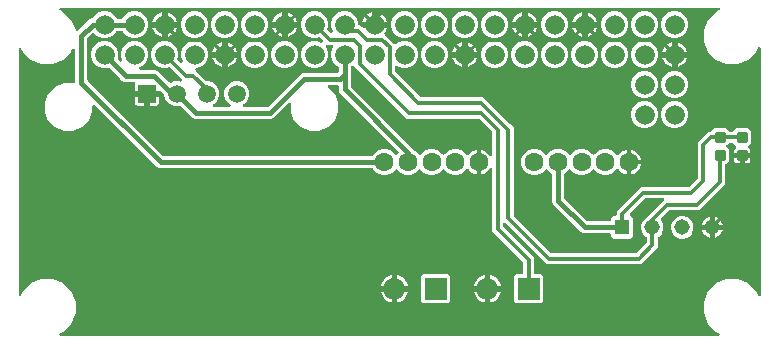
<source format=gbr>
G04 EAGLE Gerber RS-274X export*
G75*
%MOMM*%
%FSLAX34Y34*%
%LPD*%
%INTop Copper*%
%IPPOS*%
%AMOC8*
5,1,8,0,0,1.08239X$1,22.5*%
G01*
%ADD10R,1.508000X1.508000*%
%ADD11C,1.508000*%
%ADD12C,1.665000*%
%ADD13R,1.308000X1.308000*%
%ADD14C,1.308000*%
%ADD15C,0.222250*%
%ADD16R,1.850000X1.850000*%
%ADD17C,1.850000*%
%ADD18C,1.600000*%
%ADD19C,0.304800*%
%ADD20C,0.254000*%
%ADD21C,0.406400*%

G36*
X1132963Y282711D02*
X1132963Y282711D01*
X1133033Y282710D01*
X1133120Y282731D01*
X1133209Y282743D01*
X1133274Y282768D01*
X1133342Y282785D01*
X1133421Y282827D01*
X1133505Y282860D01*
X1133561Y282901D01*
X1133623Y282933D01*
X1133690Y282994D01*
X1133762Y283046D01*
X1133807Y283100D01*
X1133858Y283147D01*
X1133908Y283222D01*
X1133965Y283291D01*
X1133995Y283355D01*
X1134033Y283413D01*
X1134062Y283498D01*
X1134101Y283579D01*
X1134114Y283648D01*
X1134136Y283714D01*
X1134144Y283803D01*
X1134160Y283891D01*
X1134156Y283961D01*
X1134162Y284031D01*
X1134146Y284119D01*
X1134141Y284209D01*
X1134119Y284275D01*
X1134107Y284344D01*
X1134070Y284426D01*
X1134043Y284511D01*
X1134005Y284570D01*
X1133977Y284634D01*
X1133921Y284704D01*
X1133872Y284780D01*
X1133822Y284828D01*
X1133778Y284882D01*
X1133706Y284937D01*
X1133641Y284998D01*
X1133580Y285032D01*
X1133524Y285074D01*
X1133379Y285145D01*
X1130934Y286157D01*
X1124137Y292954D01*
X1120459Y301834D01*
X1120459Y311446D01*
X1124137Y320326D01*
X1130934Y327123D01*
X1139814Y330801D01*
X1149426Y330801D01*
X1158306Y327123D01*
X1165103Y320326D01*
X1166465Y317036D01*
X1166500Y316975D01*
X1166526Y316910D01*
X1166578Y316837D01*
X1166623Y316759D01*
X1166671Y316709D01*
X1166712Y316653D01*
X1166782Y316595D01*
X1166844Y316531D01*
X1166904Y316494D01*
X1166957Y316450D01*
X1167039Y316412D01*
X1167115Y316365D01*
X1167182Y316344D01*
X1167245Y316314D01*
X1167333Y316298D01*
X1167419Y316271D01*
X1167489Y316268D01*
X1167558Y316255D01*
X1167647Y316260D01*
X1167737Y316256D01*
X1167805Y316270D01*
X1167875Y316274D01*
X1167960Y316302D01*
X1168048Y316320D01*
X1168111Y316351D01*
X1168177Y316372D01*
X1168253Y316420D01*
X1168334Y316460D01*
X1168387Y316505D01*
X1168446Y316543D01*
X1168508Y316608D01*
X1168576Y316666D01*
X1168616Y316723D01*
X1168664Y316774D01*
X1168707Y316853D01*
X1168759Y316926D01*
X1168784Y316992D01*
X1168818Y317053D01*
X1168840Y317140D01*
X1168872Y317224D01*
X1168880Y317293D01*
X1168897Y317361D01*
X1168907Y317521D01*
X1168907Y525759D01*
X1168899Y525828D01*
X1168900Y525898D01*
X1168879Y525985D01*
X1168867Y526074D01*
X1168842Y526139D01*
X1168825Y526207D01*
X1168783Y526286D01*
X1168750Y526370D01*
X1168709Y526426D01*
X1168677Y526488D01*
X1168616Y526555D01*
X1168564Y526627D01*
X1168510Y526672D01*
X1168463Y526723D01*
X1168388Y526773D01*
X1168319Y526830D01*
X1168255Y526860D01*
X1168197Y526898D01*
X1168112Y526927D01*
X1168031Y526966D01*
X1167962Y526979D01*
X1167896Y527001D01*
X1167807Y527009D01*
X1167719Y527025D01*
X1167649Y527021D01*
X1167579Y527027D01*
X1167491Y527011D01*
X1167401Y527006D01*
X1167335Y526984D01*
X1167266Y526972D01*
X1167184Y526935D01*
X1167099Y526908D01*
X1167040Y526870D01*
X1166976Y526842D01*
X1166906Y526786D01*
X1166830Y526737D01*
X1166782Y526687D01*
X1166728Y526643D01*
X1166673Y526571D01*
X1166612Y526506D01*
X1166578Y526445D01*
X1166536Y526389D01*
X1166465Y526244D01*
X1165103Y522954D01*
X1158306Y516157D01*
X1149426Y512479D01*
X1139814Y512479D01*
X1130934Y516157D01*
X1124137Y522954D01*
X1120459Y531834D01*
X1120459Y541446D01*
X1124137Y550326D01*
X1130934Y557123D01*
X1133379Y558135D01*
X1133440Y558170D01*
X1133505Y558196D01*
X1133578Y558248D01*
X1133656Y558293D01*
X1133706Y558341D01*
X1133762Y558382D01*
X1133820Y558452D01*
X1133884Y558514D01*
X1133921Y558574D01*
X1133965Y558627D01*
X1134003Y558709D01*
X1134050Y558785D01*
X1134071Y558852D01*
X1134101Y558915D01*
X1134117Y559003D01*
X1134144Y559089D01*
X1134147Y559159D01*
X1134160Y559228D01*
X1134155Y559317D01*
X1134159Y559407D01*
X1134145Y559475D01*
X1134141Y559545D01*
X1134113Y559630D01*
X1134095Y559718D01*
X1134064Y559781D01*
X1134043Y559847D01*
X1133995Y559923D01*
X1133955Y560004D01*
X1133910Y560057D01*
X1133872Y560116D01*
X1133807Y560178D01*
X1133749Y560246D01*
X1133692Y560286D01*
X1133641Y560334D01*
X1133562Y560377D01*
X1133489Y560429D01*
X1133423Y560454D01*
X1133362Y560488D01*
X1133275Y560510D01*
X1133191Y560542D01*
X1133122Y560550D01*
X1133054Y560567D01*
X1132894Y560577D01*
X576346Y560577D01*
X576277Y560569D01*
X576207Y560570D01*
X576120Y560549D01*
X576031Y560537D01*
X575966Y560512D01*
X575898Y560495D01*
X575819Y560453D01*
X575735Y560420D01*
X575679Y560379D01*
X575617Y560347D01*
X575550Y560286D01*
X575478Y560234D01*
X575433Y560180D01*
X575382Y560133D01*
X575332Y560058D01*
X575275Y559989D01*
X575245Y559925D01*
X575207Y559867D01*
X575178Y559782D01*
X575139Y559701D01*
X575126Y559632D01*
X575104Y559566D01*
X575096Y559477D01*
X575080Y559389D01*
X575084Y559319D01*
X575078Y559249D01*
X575094Y559161D01*
X575099Y559071D01*
X575121Y559005D01*
X575133Y558936D01*
X575170Y558854D01*
X575197Y558769D01*
X575235Y558710D01*
X575263Y558646D01*
X575319Y558576D01*
X575368Y558500D01*
X575418Y558452D01*
X575462Y558398D01*
X575534Y558343D01*
X575599Y558282D01*
X575660Y558248D01*
X575716Y558206D01*
X575861Y558135D01*
X578306Y557123D01*
X585103Y550326D01*
X588824Y541341D01*
X588849Y541298D01*
X588865Y541251D01*
X588927Y541160D01*
X588982Y541065D01*
X589016Y541029D01*
X589044Y540988D01*
X589126Y540916D01*
X589203Y540837D01*
X589245Y540811D01*
X589283Y540778D01*
X589380Y540728D01*
X589474Y540670D01*
X589521Y540656D01*
X589566Y540633D01*
X589673Y540609D01*
X589778Y540577D01*
X589828Y540574D01*
X589876Y540563D01*
X589986Y540567D01*
X590096Y540562D01*
X590144Y540572D01*
X590194Y540573D01*
X590299Y540604D01*
X590407Y540626D01*
X590452Y540648D01*
X590499Y540662D01*
X590594Y540717D01*
X590693Y540766D01*
X590731Y540798D01*
X590773Y540823D01*
X590894Y540929D01*
X600512Y550547D01*
X602425Y551340D01*
X602452Y551344D01*
X602581Y551361D01*
X602609Y551371D01*
X602638Y551376D01*
X602756Y551430D01*
X602877Y551478D01*
X602901Y551495D01*
X602928Y551507D01*
X603029Y551588D01*
X603134Y551664D01*
X603153Y551687D01*
X603176Y551706D01*
X603254Y551809D01*
X603337Y551909D01*
X603350Y551936D01*
X603367Y551960D01*
X603438Y552104D01*
X603678Y552683D01*
X606877Y555882D01*
X611058Y557614D01*
X615582Y557614D01*
X619763Y555882D01*
X622962Y552683D01*
X623202Y552104D01*
X623216Y552079D01*
X623225Y552051D01*
X623295Y551941D01*
X623359Y551828D01*
X623380Y551807D01*
X623396Y551782D01*
X623490Y551693D01*
X623581Y551600D01*
X623606Y551584D01*
X623627Y551564D01*
X623741Y551501D01*
X623852Y551433D01*
X623880Y551425D01*
X623906Y551410D01*
X624031Y551378D01*
X624156Y551340D01*
X624185Y551338D01*
X624214Y551331D01*
X624374Y551321D01*
X627666Y551321D01*
X627695Y551324D01*
X627724Y551322D01*
X627852Y551344D01*
X627981Y551361D01*
X628009Y551371D01*
X628038Y551376D01*
X628156Y551430D01*
X628277Y551478D01*
X628301Y551495D01*
X628328Y551507D01*
X628429Y551588D01*
X628534Y551664D01*
X628553Y551687D01*
X628576Y551706D01*
X628654Y551809D01*
X628737Y551909D01*
X628750Y551936D01*
X628767Y551960D01*
X628838Y552104D01*
X629078Y552683D01*
X632277Y555882D01*
X636458Y557614D01*
X640982Y557614D01*
X645163Y555882D01*
X648362Y552683D01*
X650094Y548502D01*
X650094Y543978D01*
X648362Y539797D01*
X645163Y536598D01*
X640982Y534866D01*
X636458Y534866D01*
X632277Y536598D01*
X629078Y539797D01*
X628838Y540376D01*
X628824Y540401D01*
X628815Y540429D01*
X628745Y540539D01*
X628681Y540652D01*
X628660Y540673D01*
X628644Y540698D01*
X628550Y540787D01*
X628459Y540880D01*
X628434Y540896D01*
X628413Y540916D01*
X628299Y540979D01*
X628188Y541047D01*
X628160Y541055D01*
X628134Y541070D01*
X628009Y541102D01*
X627884Y541140D01*
X627855Y541142D01*
X627826Y541149D01*
X627666Y541159D01*
X624374Y541159D01*
X624345Y541156D01*
X624316Y541158D01*
X624188Y541136D01*
X624059Y541119D01*
X624031Y541109D01*
X624002Y541104D01*
X623884Y541050D01*
X623763Y541002D01*
X623739Y540985D01*
X623712Y540973D01*
X623611Y540892D01*
X623506Y540816D01*
X623487Y540793D01*
X623464Y540774D01*
X623386Y540671D01*
X623303Y540571D01*
X623290Y540544D01*
X623273Y540520D01*
X623202Y540376D01*
X622962Y539797D01*
X619763Y536598D01*
X615582Y534866D01*
X611058Y534866D01*
X606877Y536598D01*
X604803Y538672D01*
X604709Y538746D01*
X604619Y538824D01*
X604583Y538843D01*
X604551Y538867D01*
X604442Y538915D01*
X604336Y538969D01*
X604297Y538978D01*
X604260Y538994D01*
X604142Y539012D01*
X604026Y539038D01*
X603986Y539037D01*
X603945Y539044D01*
X603827Y539032D01*
X603708Y539029D01*
X603669Y539018D01*
X603629Y539014D01*
X603517Y538973D01*
X603402Y538940D01*
X603368Y538920D01*
X603330Y538906D01*
X603231Y538839D01*
X603129Y538779D01*
X603083Y538739D01*
X603066Y538728D01*
X603053Y538712D01*
X603008Y538672D01*
X598995Y534659D01*
X598934Y534581D01*
X598866Y534509D01*
X598837Y534456D01*
X598800Y534408D01*
X598760Y534317D01*
X598713Y534230D01*
X598697Y534172D01*
X598673Y534116D01*
X598658Y534018D01*
X598633Y533923D01*
X598627Y533823D01*
X598623Y533802D01*
X598625Y533790D01*
X598623Y533762D01*
X598623Y499652D01*
X598635Y499554D01*
X598638Y499455D01*
X598655Y499397D01*
X598663Y499337D01*
X598699Y499245D01*
X598727Y499150D01*
X598757Y499097D01*
X598780Y499041D01*
X598838Y498961D01*
X598888Y498876D01*
X598955Y498800D01*
X598967Y498784D01*
X598976Y498776D01*
X598995Y498755D01*
X662507Y435242D01*
X662585Y435182D01*
X662657Y435114D01*
X662710Y435085D01*
X662758Y435048D01*
X662849Y435008D01*
X662936Y434960D01*
X662994Y434945D01*
X663050Y434921D01*
X663148Y434906D01*
X663244Y434881D01*
X663344Y434875D01*
X663364Y434871D01*
X663377Y434873D01*
X663405Y434871D01*
X839567Y434871D01*
X839597Y434874D01*
X839626Y434872D01*
X839754Y434894D01*
X839883Y434911D01*
X839910Y434921D01*
X839939Y434926D01*
X840058Y434980D01*
X840179Y435028D01*
X840202Y435045D01*
X840229Y435057D01*
X840331Y435138D01*
X840436Y435214D01*
X840455Y435237D01*
X840478Y435256D01*
X840556Y435359D01*
X840639Y435459D01*
X840651Y435486D01*
X840669Y435510D01*
X840740Y435654D01*
X840903Y436049D01*
X844011Y439157D01*
X848072Y440839D01*
X852468Y440839D01*
X856529Y439157D01*
X859372Y436313D01*
X859467Y436240D01*
X859556Y436161D01*
X859592Y436143D01*
X859624Y436118D01*
X859733Y436070D01*
X859839Y436016D01*
X859878Y436008D01*
X859916Y435991D01*
X860033Y435973D01*
X860149Y435947D01*
X860190Y435948D01*
X860230Y435942D01*
X860348Y435953D01*
X860467Y435956D01*
X860506Y435968D01*
X860546Y435971D01*
X860658Y436012D01*
X860773Y436045D01*
X860808Y436065D01*
X860846Y436079D01*
X860944Y436146D01*
X861047Y436206D01*
X861092Y436246D01*
X861109Y436258D01*
X861122Y436273D01*
X861167Y436313D01*
X861987Y437132D01*
X862060Y437226D01*
X862139Y437316D01*
X862157Y437352D01*
X862182Y437384D01*
X862229Y437493D01*
X862284Y437599D01*
X862292Y437638D01*
X862309Y437676D01*
X862327Y437793D01*
X862353Y437909D01*
X862352Y437950D01*
X862358Y437990D01*
X862347Y438108D01*
X862344Y438227D01*
X862332Y438266D01*
X862329Y438306D01*
X862288Y438418D01*
X862255Y438533D01*
X862235Y438568D01*
X862221Y438606D01*
X862154Y438704D01*
X862094Y438807D01*
X862054Y438852D01*
X862042Y438869D01*
X862027Y438882D01*
X861987Y438927D01*
X812213Y488702D01*
X811439Y490569D01*
X811439Y494030D01*
X811424Y494148D01*
X811417Y494267D01*
X811404Y494305D01*
X811399Y494346D01*
X811356Y494456D01*
X811319Y494569D01*
X811297Y494604D01*
X811282Y494641D01*
X811213Y494737D01*
X811149Y494838D01*
X811119Y494866D01*
X811096Y494899D01*
X811004Y494975D01*
X810917Y495056D01*
X810882Y495076D01*
X810851Y495101D01*
X810743Y495152D01*
X810639Y495210D01*
X810599Y495220D01*
X810563Y495237D01*
X810446Y495259D01*
X810331Y495289D01*
X810271Y495293D01*
X810251Y495297D01*
X810230Y495295D01*
X810170Y495299D01*
X803737Y495299D01*
X803599Y495282D01*
X803460Y495269D01*
X803441Y495262D01*
X803421Y495259D01*
X803292Y495208D01*
X803161Y495161D01*
X803144Y495150D01*
X803125Y495142D01*
X803013Y495061D01*
X802898Y494983D01*
X802884Y494967D01*
X802868Y494956D01*
X802779Y494848D01*
X802687Y494744D01*
X802678Y494726D01*
X802665Y494711D01*
X802606Y494585D01*
X802543Y494461D01*
X802538Y494441D01*
X802530Y494423D01*
X802504Y494287D01*
X802473Y494151D01*
X802474Y494130D01*
X802470Y494111D01*
X802478Y493972D01*
X802483Y493833D01*
X802488Y493813D01*
X802490Y493793D01*
X802532Y493661D01*
X802571Y493527D01*
X802581Y493510D01*
X802588Y493491D01*
X802662Y493373D01*
X802733Y493253D01*
X802751Y493232D01*
X802758Y493222D01*
X802773Y493208D01*
X802839Y493133D01*
X808301Y487670D01*
X811371Y480260D01*
X811371Y472240D01*
X808301Y464830D01*
X802630Y459159D01*
X795220Y456089D01*
X787200Y456089D01*
X779790Y459159D01*
X774119Y464830D01*
X771049Y472240D01*
X771049Y478860D01*
X771032Y478997D01*
X771019Y479136D01*
X771012Y479155D01*
X771009Y479175D01*
X770958Y479304D01*
X770911Y479435D01*
X770900Y479452D01*
X770892Y479471D01*
X770811Y479583D01*
X770733Y479699D01*
X770717Y479712D01*
X770706Y479728D01*
X770598Y479817D01*
X770494Y479909D01*
X770476Y479918D01*
X770461Y479931D01*
X770335Y479990D01*
X770211Y480054D01*
X770191Y480058D01*
X770173Y480067D01*
X770037Y480093D01*
X769901Y480123D01*
X769880Y480123D01*
X769861Y480126D01*
X769722Y480118D01*
X769583Y480114D01*
X769563Y480108D01*
X769543Y480107D01*
X769411Y480064D01*
X769277Y480025D01*
X769260Y480015D01*
X769241Y480009D01*
X769123Y479934D01*
X769003Y479864D01*
X768982Y479845D01*
X768972Y479839D01*
X768958Y479824D01*
X768883Y479757D01*
X755988Y466863D01*
X754121Y466089D01*
X689869Y466089D01*
X688002Y466863D01*
X677993Y476872D01*
X677970Y476890D01*
X677951Y476912D01*
X677845Y476987D01*
X677742Y477066D01*
X677715Y477078D01*
X677691Y477095D01*
X677569Y477141D01*
X677450Y477193D01*
X677421Y477197D01*
X677393Y477208D01*
X677264Y477222D01*
X677136Y477243D01*
X677107Y477240D01*
X677077Y477243D01*
X676949Y477225D01*
X676819Y477213D01*
X676792Y477203D01*
X676762Y477199D01*
X676610Y477147D01*
X676476Y477091D01*
X672264Y477091D01*
X668372Y478703D01*
X665393Y481682D01*
X663781Y485574D01*
X663781Y486748D01*
X663769Y486846D01*
X663766Y486945D01*
X663749Y487003D01*
X663741Y487063D01*
X663705Y487155D01*
X663677Y487250D01*
X663647Y487303D01*
X663624Y487359D01*
X663566Y487439D01*
X663516Y487524D01*
X663450Y487600D01*
X663438Y487616D01*
X663428Y487624D01*
X663410Y487645D01*
X661217Y489837D01*
X661108Y489923D01*
X661001Y490011D01*
X660982Y490020D01*
X660966Y490032D01*
X660838Y490088D01*
X660713Y490147D01*
X660693Y490150D01*
X660674Y490159D01*
X660536Y490180D01*
X660400Y490206D01*
X660380Y490205D01*
X660360Y490208D01*
X660221Y490195D01*
X660083Y490187D01*
X660064Y490181D01*
X660051Y490179D01*
X650200Y490179D01*
X650082Y490164D01*
X649963Y490157D01*
X649925Y490144D01*
X649885Y490139D01*
X649774Y490096D01*
X649661Y490059D01*
X649627Y490037D01*
X649589Y490022D01*
X649493Y489953D01*
X649392Y489889D01*
X649364Y489859D01*
X649332Y489836D01*
X649256Y489744D01*
X649174Y489657D01*
X649155Y489622D01*
X649129Y489591D01*
X649078Y489483D01*
X649021Y489379D01*
X649011Y489339D01*
X648993Y489303D01*
X648973Y489196D01*
X648969Y489226D01*
X648925Y489336D01*
X648889Y489449D01*
X648867Y489484D01*
X648852Y489521D01*
X648782Y489617D01*
X648719Y489718D01*
X648689Y489746D01*
X648665Y489779D01*
X648574Y489855D01*
X648487Y489936D01*
X648452Y489956D01*
X648420Y489981D01*
X648313Y490032D01*
X648208Y490090D01*
X648169Y490100D01*
X648133Y490117D01*
X648016Y490139D01*
X647900Y490169D01*
X647840Y490173D01*
X647820Y490177D01*
X647800Y490175D01*
X647740Y490179D01*
X638889Y490179D01*
X638889Y495554D01*
X639073Y496241D01*
X639091Y496366D01*
X639114Y496490D01*
X639112Y496523D01*
X639117Y496557D01*
X639102Y496682D01*
X639094Y496807D01*
X639084Y496839D01*
X639080Y496872D01*
X639035Y496990D01*
X638996Y497109D01*
X638978Y497138D01*
X638966Y497169D01*
X638893Y497272D01*
X638826Y497378D01*
X638802Y497401D01*
X638782Y497429D01*
X638686Y497510D01*
X638595Y497596D01*
X638565Y497612D01*
X638539Y497634D01*
X638426Y497689D01*
X638316Y497750D01*
X638283Y497758D01*
X638253Y497773D01*
X638129Y497798D01*
X638008Y497829D01*
X637959Y497832D01*
X637941Y497836D01*
X637920Y497835D01*
X637847Y497839D01*
X630229Y497839D01*
X628362Y498613D01*
X626754Y500220D01*
X626754Y500221D01*
X617544Y509431D01*
X617521Y509449D01*
X617502Y509471D01*
X617396Y509546D01*
X617293Y509626D01*
X617266Y509637D01*
X617242Y509654D01*
X617120Y509700D01*
X617001Y509752D01*
X616972Y509757D01*
X616944Y509767D01*
X616815Y509781D01*
X616687Y509802D01*
X616657Y509799D01*
X616628Y509802D01*
X616500Y509784D01*
X616370Y509772D01*
X616342Y509762D01*
X616313Y509758D01*
X616161Y509706D01*
X615582Y509466D01*
X611058Y509466D01*
X606877Y511198D01*
X603678Y514397D01*
X601946Y518578D01*
X601946Y523102D01*
X603678Y527283D01*
X606877Y530482D01*
X611058Y532214D01*
X615582Y532214D01*
X619763Y530482D01*
X622962Y527283D01*
X624694Y523102D01*
X624694Y518578D01*
X624454Y517999D01*
X624446Y517971D01*
X624433Y517944D01*
X624428Y517925D01*
X624420Y517907D01*
X624400Y517800D01*
X624370Y517692D01*
X624370Y517663D01*
X624363Y517634D01*
X624364Y517613D01*
X624360Y517594D01*
X624367Y517488D01*
X624365Y517374D01*
X624372Y517346D01*
X624373Y517316D01*
X624379Y517296D01*
X624380Y517277D01*
X624413Y517177D01*
X624439Y517065D01*
X624453Y517039D01*
X624461Y517011D01*
X624472Y516992D01*
X624478Y516975D01*
X624534Y516887D01*
X624588Y516784D01*
X624608Y516762D01*
X624623Y516737D01*
X624643Y516713D01*
X624648Y516706D01*
X624659Y516696D01*
X624729Y516616D01*
X626072Y515273D01*
X626127Y515231D01*
X626176Y515180D01*
X626252Y515134D01*
X626323Y515078D01*
X626387Y515051D01*
X626447Y515014D01*
X626532Y514988D01*
X626615Y514952D01*
X626684Y514941D01*
X626751Y514921D01*
X626840Y514916D01*
X626929Y514902D01*
X626999Y514909D01*
X627068Y514905D01*
X627156Y514924D01*
X627246Y514932D01*
X627312Y514956D01*
X627380Y514970D01*
X627460Y515009D01*
X627545Y515040D01*
X627603Y515079D01*
X627665Y515109D01*
X627734Y515168D01*
X627808Y515218D01*
X627854Y515271D01*
X627907Y515316D01*
X627959Y515389D01*
X628019Y515457D01*
X628050Y515519D01*
X628091Y515576D01*
X628122Y515660D01*
X628163Y515740D01*
X628178Y515808D01*
X628203Y515873D01*
X628213Y515963D01*
X628233Y516050D01*
X628231Y516120D01*
X628238Y516189D01*
X628226Y516278D01*
X628223Y516368D01*
X628204Y516435D01*
X628194Y516504D01*
X628142Y516657D01*
X627346Y518578D01*
X627346Y523102D01*
X629078Y527283D01*
X632277Y530482D01*
X636458Y532214D01*
X640982Y532214D01*
X645163Y530482D01*
X648362Y527283D01*
X650094Y523102D01*
X650094Y518578D01*
X648362Y514397D01*
X645163Y511198D01*
X643339Y510443D01*
X643279Y510408D01*
X643214Y510382D01*
X643141Y510330D01*
X643063Y510285D01*
X643013Y510237D01*
X642957Y510196D01*
X642899Y510126D01*
X642835Y510064D01*
X642798Y510004D01*
X642754Y509951D01*
X642715Y509869D01*
X642669Y509793D01*
X642648Y509726D01*
X642618Y509663D01*
X642601Y509575D01*
X642575Y509489D01*
X642572Y509419D01*
X642558Y509350D01*
X642564Y509261D01*
X642560Y509171D01*
X642574Y509103D01*
X642578Y509033D01*
X642606Y508948D01*
X642624Y508860D01*
X642655Y508797D01*
X642676Y508731D01*
X642724Y508655D01*
X642764Y508574D01*
X642809Y508521D01*
X642846Y508462D01*
X642912Y508400D01*
X642970Y508332D01*
X643027Y508292D01*
X643078Y508244D01*
X643157Y508201D01*
X643230Y508149D01*
X643295Y508124D01*
X643357Y508090D01*
X643443Y508068D01*
X643528Y508036D01*
X643597Y508028D01*
X643664Y508011D01*
X643825Y508001D01*
X656331Y508001D01*
X658198Y507227D01*
X668053Y497373D01*
X668076Y497354D01*
X668095Y497332D01*
X668201Y497257D01*
X668304Y497178D01*
X668331Y497166D01*
X668355Y497149D01*
X668476Y497103D01*
X668596Y497051D01*
X668625Y497047D01*
X668653Y497036D01*
X668782Y497022D01*
X668910Y497001D01*
X668939Y497004D01*
X668969Y497001D01*
X669097Y497019D01*
X669227Y497031D01*
X669254Y497041D01*
X669284Y497045D01*
X669436Y497097D01*
X672264Y498269D01*
X676476Y498269D01*
X676980Y498060D01*
X677047Y498042D01*
X677111Y498014D01*
X677200Y498000D01*
X677286Y497976D01*
X677356Y497975D01*
X677425Y497964D01*
X677515Y497973D01*
X677604Y497971D01*
X677672Y497988D01*
X677742Y497994D01*
X677826Y498024D01*
X677914Y498045D01*
X677975Y498078D01*
X678041Y498102D01*
X678115Y498152D01*
X678195Y498194D01*
X678246Y498241D01*
X678304Y498280D01*
X678364Y498348D01*
X678430Y498408D01*
X678468Y498466D01*
X678515Y498519D01*
X678555Y498599D01*
X678605Y498674D01*
X678628Y498740D01*
X678659Y498802D01*
X678679Y498889D01*
X678708Y498975D01*
X678714Y499044D01*
X678729Y499112D01*
X678726Y499202D01*
X678733Y499292D01*
X678721Y499360D01*
X678719Y499430D01*
X678694Y499516D01*
X678679Y499605D01*
X678650Y499668D01*
X678631Y499736D01*
X678585Y499813D01*
X678548Y499895D01*
X678505Y499949D01*
X678469Y500009D01*
X678363Y500130D01*
X677096Y501397D01*
X677096Y501398D01*
X668852Y509641D01*
X668829Y509659D01*
X668810Y509682D01*
X668704Y509756D01*
X668601Y509836D01*
X668574Y509848D01*
X668550Y509865D01*
X668428Y509911D01*
X668309Y509962D01*
X668280Y509967D01*
X668252Y509978D01*
X668123Y509992D01*
X667995Y510012D01*
X667965Y510010D01*
X667936Y510013D01*
X667808Y509995D01*
X667678Y509982D01*
X667650Y509972D01*
X667621Y509968D01*
X667469Y509916D01*
X666382Y509466D01*
X661858Y509466D01*
X657677Y511198D01*
X654478Y514397D01*
X652746Y518578D01*
X652746Y523102D01*
X654478Y527283D01*
X657677Y530482D01*
X661858Y532214D01*
X666382Y532214D01*
X670563Y530482D01*
X673762Y527283D01*
X675494Y523102D01*
X675494Y518578D01*
X675044Y517491D01*
X675036Y517463D01*
X675022Y517436D01*
X674994Y517310D01*
X674960Y517184D01*
X674959Y517155D01*
X674953Y517126D01*
X674957Y516996D01*
X674955Y516866D01*
X674962Y516838D01*
X674962Y516808D01*
X674999Y516684D01*
X675029Y516557D01*
X675043Y516531D01*
X675051Y516503D01*
X675117Y516391D01*
X675178Y516276D01*
X675197Y516254D01*
X675212Y516229D01*
X675319Y516108D01*
X677380Y514047D01*
X677435Y514004D01*
X677484Y513954D01*
X677560Y513907D01*
X677631Y513852D01*
X677695Y513824D01*
X677755Y513788D01*
X677840Y513761D01*
X677923Y513726D01*
X677992Y513715D01*
X678059Y513694D01*
X678148Y513690D01*
X678237Y513676D01*
X678307Y513682D01*
X678376Y513679D01*
X678464Y513697D01*
X678554Y513706D01*
X678619Y513729D01*
X678688Y513743D01*
X678769Y513783D01*
X678853Y513813D01*
X678911Y513852D01*
X678973Y513883D01*
X679042Y513941D01*
X679116Y513992D01*
X679162Y514044D01*
X679215Y514089D01*
X679267Y514163D01*
X679327Y514230D01*
X679358Y514292D01*
X679399Y514349D01*
X679430Y514433D01*
X679471Y514513D01*
X679486Y514582D01*
X679511Y514647D01*
X679521Y514736D01*
X679541Y514824D01*
X679539Y514893D01*
X679546Y514963D01*
X679534Y515052D01*
X679531Y515142D01*
X679512Y515209D01*
X679512Y515211D01*
X679511Y515212D01*
X679511Y515213D01*
X679502Y515278D01*
X679450Y515430D01*
X678146Y518578D01*
X678146Y523102D01*
X679878Y527283D01*
X683077Y530482D01*
X687258Y532214D01*
X691782Y532214D01*
X695963Y530482D01*
X699162Y527283D01*
X700894Y523102D01*
X700894Y518578D01*
X699162Y514397D01*
X695963Y511198D01*
X691782Y509466D01*
X691325Y509466D01*
X691187Y509449D01*
X691048Y509436D01*
X691029Y509429D01*
X691009Y509426D01*
X690880Y509375D01*
X690749Y509328D01*
X690732Y509317D01*
X690714Y509309D01*
X690601Y509228D01*
X690486Y509150D01*
X690473Y509134D01*
X690456Y509123D01*
X690368Y509015D01*
X690276Y508911D01*
X690266Y508893D01*
X690253Y508878D01*
X690194Y508752D01*
X690131Y508628D01*
X690126Y508608D01*
X690118Y508590D01*
X690092Y508454D01*
X690061Y508318D01*
X690062Y508297D01*
X690058Y508278D01*
X690067Y508139D01*
X690071Y508000D01*
X690077Y507980D01*
X690078Y507960D01*
X690121Y507828D01*
X690159Y507694D01*
X690170Y507677D01*
X690176Y507658D01*
X690250Y507540D01*
X690321Y507420D01*
X690339Y507399D01*
X690346Y507389D01*
X690361Y507375D01*
X690427Y507300D01*
X699086Y498640D01*
X699165Y498580D01*
X699237Y498512D01*
X699290Y498483D01*
X699338Y498446D01*
X699429Y498406D01*
X699515Y498358D01*
X699574Y498343D01*
X699629Y498319D01*
X699727Y498304D01*
X699823Y498279D01*
X699923Y498273D01*
X699944Y498269D01*
X699956Y498271D01*
X699984Y498269D01*
X701876Y498269D01*
X705768Y496657D01*
X708747Y493678D01*
X710359Y489786D01*
X710359Y485574D01*
X708747Y481682D01*
X705768Y478703D01*
X705742Y478693D01*
X705682Y478658D01*
X705617Y478632D01*
X705544Y478580D01*
X705466Y478535D01*
X705416Y478487D01*
X705359Y478446D01*
X705302Y478376D01*
X705238Y478314D01*
X705201Y478254D01*
X705156Y478201D01*
X705118Y478119D01*
X705071Y478043D01*
X705051Y477976D01*
X705021Y477913D01*
X705004Y477825D01*
X704978Y477739D01*
X704974Y477669D01*
X704961Y477600D01*
X704967Y477511D01*
X704962Y477421D01*
X704977Y477353D01*
X704981Y477283D01*
X705009Y477198D01*
X705027Y477110D01*
X705057Y477047D01*
X705079Y476981D01*
X705127Y476905D01*
X705166Y476824D01*
X705212Y476771D01*
X705249Y476712D01*
X705314Y476650D01*
X705373Y476582D01*
X705430Y476542D01*
X705481Y476494D01*
X705559Y476451D01*
X705633Y476399D01*
X705698Y476374D01*
X705759Y476340D01*
X705846Y476318D01*
X705930Y476286D01*
X706000Y476278D01*
X706067Y476261D01*
X706228Y476251D01*
X718712Y476251D01*
X718781Y476259D01*
X718851Y476258D01*
X718938Y476279D01*
X719028Y476291D01*
X719093Y476316D01*
X719160Y476333D01*
X719240Y476375D01*
X719323Y476408D01*
X719380Y476449D01*
X719442Y476481D01*
X719508Y476542D01*
X719581Y476594D01*
X719625Y476648D01*
X719677Y476695D01*
X719726Y476770D01*
X719783Y476839D01*
X719813Y476903D01*
X719852Y476961D01*
X719881Y477046D01*
X719919Y477127D01*
X719932Y477196D01*
X719955Y477262D01*
X719962Y477351D01*
X719979Y477439D01*
X719974Y477509D01*
X719980Y477579D01*
X719965Y477667D01*
X719959Y477757D01*
X719938Y477823D01*
X719926Y477892D01*
X719889Y477974D01*
X719861Y478059D01*
X719824Y478118D01*
X719795Y478182D01*
X719739Y478252D01*
X719691Y478328D01*
X719640Y478376D01*
X719596Y478430D01*
X719525Y478484D01*
X719459Y478546D01*
X719398Y478580D01*
X719342Y478622D01*
X719198Y478693D01*
X719172Y478703D01*
X716193Y481682D01*
X714581Y485574D01*
X714581Y489786D01*
X716193Y493678D01*
X719172Y496657D01*
X723064Y498269D01*
X727276Y498269D01*
X731168Y496657D01*
X734147Y493678D01*
X735759Y489786D01*
X735759Y485574D01*
X734147Y481682D01*
X731168Y478703D01*
X731142Y478693D01*
X731082Y478658D01*
X731017Y478632D01*
X730944Y478580D01*
X730866Y478535D01*
X730816Y478487D01*
X730759Y478446D01*
X730702Y478376D01*
X730638Y478314D01*
X730601Y478254D01*
X730557Y478201D01*
X730518Y478119D01*
X730471Y478043D01*
X730451Y477976D01*
X730421Y477913D01*
X730404Y477825D01*
X730378Y477739D01*
X730374Y477669D01*
X730361Y477600D01*
X730367Y477511D01*
X730362Y477421D01*
X730377Y477353D01*
X730381Y477283D01*
X730409Y477198D01*
X730427Y477110D01*
X730457Y477047D01*
X730479Y476981D01*
X730527Y476905D01*
X730566Y476824D01*
X730612Y476771D01*
X730649Y476712D01*
X730715Y476650D01*
X730773Y476582D01*
X730830Y476542D01*
X730881Y476494D01*
X730959Y476451D01*
X731033Y476399D01*
X731098Y476374D01*
X731159Y476340D01*
X731246Y476318D01*
X731330Y476286D01*
X731400Y476278D01*
X731467Y476261D01*
X731628Y476251D01*
X750480Y476251D01*
X750578Y476263D01*
X750677Y476266D01*
X750735Y476283D01*
X750795Y476291D01*
X750887Y476327D01*
X750982Y476355D01*
X751035Y476385D01*
X751091Y476408D01*
X751171Y476466D01*
X751256Y476516D01*
X751332Y476582D01*
X751348Y476594D01*
X751356Y476604D01*
X751377Y476622D01*
X779442Y504687D01*
X781309Y505461D01*
X810170Y505461D01*
X810268Y505473D01*
X810367Y505476D01*
X810388Y505482D01*
X810407Y505483D01*
X810444Y505495D01*
X810485Y505501D01*
X810577Y505537D01*
X810672Y505565D01*
X810691Y505575D01*
X810709Y505581D01*
X810743Y505603D01*
X810781Y505618D01*
X810861Y505676D01*
X810946Y505726D01*
X810968Y505745D01*
X810978Y505752D01*
X810992Y505766D01*
X811022Y505792D01*
X811038Y505804D01*
X811046Y505814D01*
X811067Y505832D01*
X811068Y505833D01*
X811128Y505911D01*
X811196Y505983D01*
X811216Y506019D01*
X811241Y506049D01*
X811250Y506068D01*
X811262Y506084D01*
X811302Y506175D01*
X811350Y506262D01*
X811360Y506302D01*
X811377Y506337D01*
X811380Y506356D01*
X811389Y506376D01*
X811404Y506474D01*
X811429Y506570D01*
X811433Y506632D01*
X811436Y506649D01*
X811435Y506668D01*
X811435Y506670D01*
X811439Y506690D01*
X811437Y506702D01*
X811439Y506730D01*
X811439Y509786D01*
X811436Y509815D01*
X811438Y509844D01*
X811416Y509972D01*
X811399Y510101D01*
X811389Y510129D01*
X811384Y510158D01*
X811330Y510276D01*
X811282Y510397D01*
X811265Y510421D01*
X811253Y510448D01*
X811172Y510549D01*
X811096Y510654D01*
X811073Y510673D01*
X811054Y510696D01*
X810951Y510774D01*
X810851Y510857D01*
X810824Y510870D01*
X810800Y510887D01*
X810656Y510958D01*
X810077Y511198D01*
X806878Y514397D01*
X805146Y518578D01*
X805146Y523102D01*
X806791Y527072D01*
X806804Y527120D01*
X806825Y527165D01*
X806846Y527273D01*
X806875Y527379D01*
X806875Y527429D01*
X806885Y527478D01*
X806878Y527587D01*
X806880Y527697D01*
X806868Y527745D01*
X806865Y527795D01*
X806831Y527899D01*
X806806Y528006D01*
X806782Y528050D01*
X806767Y528097D01*
X806708Y528190D01*
X806657Y528287D01*
X806623Y528324D01*
X806597Y528366D01*
X806517Y528441D01*
X806443Y528523D01*
X806401Y528550D01*
X806365Y528584D01*
X806269Y528637D01*
X806177Y528697D01*
X806130Y528714D01*
X806087Y528738D01*
X805980Y528765D01*
X805876Y528801D01*
X805827Y528805D01*
X805779Y528817D01*
X805618Y528827D01*
X802022Y528827D01*
X801973Y528821D01*
X801923Y528823D01*
X801816Y528801D01*
X801706Y528787D01*
X801660Y528769D01*
X801612Y528759D01*
X801513Y528711D01*
X801411Y528670D01*
X801371Y528641D01*
X801326Y528619D01*
X801242Y528548D01*
X801153Y528484D01*
X801122Y528445D01*
X801084Y528413D01*
X801021Y528323D01*
X800951Y528239D01*
X800929Y528194D01*
X800901Y528153D01*
X800862Y528050D01*
X800815Y527951D01*
X800806Y527902D01*
X800788Y527856D01*
X800776Y527746D01*
X800755Y527639D01*
X800758Y527589D01*
X800753Y527540D01*
X800768Y527431D01*
X800775Y527321D01*
X800790Y527274D01*
X800797Y527225D01*
X800849Y527072D01*
X802494Y523102D01*
X802494Y518578D01*
X800762Y514397D01*
X797563Y511198D01*
X793382Y509466D01*
X788858Y509466D01*
X784677Y511198D01*
X781478Y514397D01*
X779746Y518578D01*
X779746Y523102D01*
X781478Y527283D01*
X784677Y530482D01*
X788858Y532214D01*
X793382Y532214D01*
X796530Y530910D01*
X796597Y530892D01*
X796661Y530864D01*
X796750Y530850D01*
X796837Y530826D01*
X796906Y530825D01*
X796975Y530814D01*
X797065Y530822D01*
X797155Y530821D01*
X797222Y530837D01*
X797292Y530844D01*
X797377Y530874D01*
X797464Y530895D01*
X797526Y530928D01*
X797591Y530951D01*
X797666Y531002D01*
X797745Y531044D01*
X797797Y531091D01*
X797854Y531130D01*
X797914Y531197D01*
X797980Y531258D01*
X798019Y531316D01*
X798065Y531368D01*
X798106Y531448D01*
X798155Y531523D01*
X798178Y531590D01*
X798209Y531652D01*
X798229Y531739D01*
X798258Y531824D01*
X798264Y531894D01*
X798279Y531962D01*
X798276Y532052D01*
X798284Y532141D01*
X798272Y532210D01*
X798269Y532280D01*
X798244Y532366D01*
X798229Y532455D01*
X798200Y532518D01*
X798181Y532585D01*
X798135Y532663D01*
X798099Y532745D01*
X798055Y532799D01*
X798020Y532859D01*
X797913Y532980D01*
X795852Y535041D01*
X795829Y535059D01*
X795810Y535082D01*
X795704Y535156D01*
X795601Y535236D01*
X795574Y535248D01*
X795550Y535265D01*
X795428Y535311D01*
X795309Y535362D01*
X795280Y535367D01*
X795252Y535378D01*
X795123Y535392D01*
X794995Y535412D01*
X794965Y535410D01*
X794936Y535413D01*
X794808Y535395D01*
X794678Y535382D01*
X794650Y535372D01*
X794621Y535368D01*
X794469Y535316D01*
X793382Y534866D01*
X788858Y534866D01*
X784677Y536598D01*
X781478Y539797D01*
X779746Y543978D01*
X779746Y548502D01*
X781478Y552683D01*
X784677Y555882D01*
X788858Y557614D01*
X793382Y557614D01*
X797563Y555882D01*
X800762Y552683D01*
X802494Y548502D01*
X802494Y543978D01*
X802044Y542891D01*
X802036Y542863D01*
X802022Y542836D01*
X801994Y542710D01*
X801960Y542584D01*
X801959Y542555D01*
X801953Y542526D01*
X801957Y542396D01*
X801955Y542266D01*
X801962Y542238D01*
X801962Y542208D01*
X801999Y542084D01*
X802029Y541957D01*
X802043Y541931D01*
X802051Y541903D01*
X802117Y541791D01*
X802178Y541676D01*
X802197Y541654D01*
X802212Y541629D01*
X802319Y541508D01*
X804380Y539447D01*
X804435Y539404D01*
X804484Y539354D01*
X804512Y539337D01*
X804514Y539334D01*
X804527Y539327D01*
X804560Y539307D01*
X804631Y539252D01*
X804695Y539224D01*
X804755Y539188D01*
X804840Y539161D01*
X804923Y539126D01*
X804992Y539115D01*
X805059Y539094D01*
X805148Y539090D01*
X805237Y539076D01*
X805307Y539082D01*
X805376Y539079D01*
X805464Y539097D01*
X805554Y539106D01*
X805620Y539129D01*
X805688Y539143D01*
X805768Y539183D01*
X805853Y539213D01*
X805911Y539252D01*
X805973Y539283D01*
X806042Y539341D01*
X806116Y539392D01*
X806162Y539444D01*
X806215Y539489D01*
X806267Y539563D01*
X806327Y539630D01*
X806358Y539692D01*
X806399Y539749D01*
X806430Y539833D01*
X806471Y539913D01*
X806487Y539982D01*
X806511Y540047D01*
X806521Y540136D01*
X806541Y540224D01*
X806539Y540293D01*
X806547Y540363D01*
X806534Y540452D01*
X806531Y540542D01*
X806518Y540586D01*
X806518Y540597D01*
X806510Y540620D01*
X806502Y540678D01*
X806450Y540830D01*
X805146Y543978D01*
X805146Y548502D01*
X806878Y552683D01*
X810077Y555882D01*
X814258Y557614D01*
X818782Y557614D01*
X822963Y555882D01*
X826162Y552683D01*
X827894Y548502D01*
X827894Y546862D01*
X827909Y546744D01*
X827916Y546625D01*
X827929Y546587D01*
X827934Y546546D01*
X827977Y546436D01*
X828014Y546323D01*
X828036Y546288D01*
X828051Y546251D01*
X828120Y546155D01*
X828184Y546054D01*
X828214Y546026D01*
X828237Y545993D01*
X828329Y545917D01*
X828416Y545836D01*
X828451Y545816D01*
X828482Y545791D01*
X828590Y545740D01*
X828694Y545682D01*
X828734Y545672D01*
X828770Y545655D01*
X828887Y545633D01*
X829002Y545603D01*
X829062Y545599D01*
X829082Y545595D01*
X829103Y545597D01*
X829163Y545593D01*
X829934Y545593D01*
X831454Y544073D01*
X831533Y544012D01*
X831605Y543944D01*
X831658Y543915D01*
X831706Y543878D01*
X831797Y543838D01*
X831883Y543790D01*
X831942Y543775D01*
X831997Y543751D01*
X832095Y543736D01*
X832191Y543711D01*
X832291Y543705D01*
X832312Y543701D01*
X832324Y543703D01*
X832352Y543701D01*
X840650Y543701D01*
X840768Y543716D01*
X840887Y543723D01*
X840925Y543736D01*
X840965Y543741D01*
X841076Y543784D01*
X841189Y543821D01*
X841223Y543843D01*
X841261Y543858D01*
X841357Y543928D01*
X841458Y543991D01*
X841486Y544021D01*
X841518Y544044D01*
X841594Y544136D01*
X841676Y544223D01*
X841695Y544258D01*
X841721Y544289D01*
X841772Y544397D01*
X841829Y544501D01*
X841840Y544541D01*
X841857Y544577D01*
X841879Y544694D01*
X841909Y544809D01*
X841913Y544870D01*
X841917Y544890D01*
X841915Y544910D01*
X841919Y544970D01*
X841919Y546241D01*
X841921Y546241D01*
X841921Y544970D01*
X841936Y544852D01*
X841943Y544733D01*
X841956Y544695D01*
X841961Y544654D01*
X842005Y544544D01*
X842041Y544431D01*
X842063Y544396D01*
X842078Y544359D01*
X842148Y544263D01*
X842211Y544162D01*
X842241Y544134D01*
X842265Y544101D01*
X842356Y544026D01*
X842443Y543944D01*
X842478Y543924D01*
X842510Y543899D01*
X842617Y543848D01*
X842722Y543790D01*
X842761Y543780D01*
X842797Y543763D01*
X842914Y543741D01*
X843029Y543711D01*
X843090Y543707D01*
X843110Y543703D01*
X843130Y543705D01*
X843190Y543701D01*
X852519Y543701D01*
X852518Y543696D01*
X851990Y542069D01*
X851213Y540545D01*
X850364Y539377D01*
X850355Y539360D01*
X850342Y539345D01*
X850278Y539220D01*
X850211Y539098D01*
X850206Y539079D01*
X850197Y539062D01*
X850167Y538926D01*
X850132Y538790D01*
X850132Y538770D01*
X850128Y538751D01*
X850132Y538611D01*
X850132Y538472D01*
X850137Y538453D01*
X850137Y538433D01*
X850176Y538299D01*
X850211Y538164D01*
X850220Y538147D01*
X850226Y538128D01*
X850297Y538007D01*
X850364Y537885D01*
X850377Y537871D01*
X850387Y537854D01*
X850494Y537733D01*
X858413Y529813D01*
X858508Y529740D01*
X858597Y529662D01*
X858633Y529643D01*
X858665Y529618D01*
X858774Y529571D01*
X858880Y529517D01*
X858919Y529508D01*
X858957Y529492D01*
X859074Y529473D01*
X859190Y529447D01*
X859231Y529449D01*
X859271Y529442D01*
X859389Y529453D01*
X859508Y529457D01*
X859547Y529468D01*
X859587Y529472D01*
X859699Y529512D01*
X859814Y529545D01*
X859849Y529566D01*
X859887Y529580D01*
X859985Y529646D01*
X860088Y529707D01*
X860133Y529747D01*
X860150Y529758D01*
X860163Y529774D01*
X860208Y529813D01*
X860877Y530482D01*
X865058Y532214D01*
X869582Y532214D01*
X873763Y530482D01*
X876962Y527283D01*
X878694Y523102D01*
X878694Y518578D01*
X876962Y514397D01*
X873763Y511198D01*
X869582Y509466D01*
X865058Y509466D01*
X861038Y511131D01*
X860990Y511145D01*
X860945Y511166D01*
X860837Y511186D01*
X860731Y511215D01*
X860681Y511216D01*
X860632Y511225D01*
X860523Y511219D01*
X860413Y511220D01*
X860365Y511209D01*
X860315Y511206D01*
X860211Y511172D01*
X860104Y511146D01*
X860060Y511123D01*
X860013Y511108D01*
X859920Y511049D01*
X859823Y510998D01*
X859786Y510964D01*
X859744Y510938D01*
X859669Y510858D01*
X859587Y510784D01*
X859560Y510742D01*
X859526Y510706D01*
X859473Y510610D01*
X859413Y510518D01*
X859396Y510471D01*
X859372Y510427D01*
X859345Y510321D01*
X859309Y510217D01*
X859305Y510168D01*
X859293Y510119D01*
X859283Y509959D01*
X859283Y506610D01*
X859295Y506512D01*
X859298Y506413D01*
X859315Y506354D01*
X859323Y506294D01*
X859359Y506202D01*
X859387Y506107D01*
X859417Y506055D01*
X859440Y505999D01*
X859498Y505919D01*
X859548Y505833D01*
X859614Y505758D01*
X859626Y505741D01*
X859636Y505733D01*
X859654Y505712D01*
X880362Y485004D01*
X880441Y484944D01*
X880513Y484876D01*
X880566Y484847D01*
X880614Y484810D01*
X880705Y484770D01*
X880791Y484722D01*
X880850Y484707D01*
X880905Y484683D01*
X881003Y484668D01*
X881099Y484643D01*
X881199Y484637D01*
X881220Y484633D01*
X881232Y484635D01*
X881260Y484633D01*
X934074Y484633D01*
X937124Y481583D01*
X937124Y481582D01*
X956562Y462144D01*
X959613Y459094D01*
X959613Y384690D01*
X959625Y384592D01*
X959628Y384493D01*
X959645Y384434D01*
X959653Y384374D01*
X959689Y384282D01*
X959717Y384187D01*
X959747Y384135D01*
X959770Y384079D01*
X959828Y383999D01*
X959878Y383913D01*
X959944Y383838D01*
X959956Y383821D01*
X959966Y383813D01*
X959984Y383792D01*
X990852Y352924D01*
X990931Y352864D01*
X991003Y352796D01*
X991056Y352767D01*
X991104Y352730D01*
X991195Y352690D01*
X991281Y352642D01*
X991340Y352627D01*
X991395Y352603D01*
X991493Y352588D01*
X991589Y352563D01*
X991689Y352557D01*
X991710Y352553D01*
X991722Y352555D01*
X991750Y352553D01*
X1063110Y352553D01*
X1063208Y352565D01*
X1063307Y352568D01*
X1063366Y352585D01*
X1063426Y352593D01*
X1063518Y352629D01*
X1063613Y352657D01*
X1063665Y352687D01*
X1063721Y352710D01*
X1063802Y352768D01*
X1063887Y352818D01*
X1063962Y352884D01*
X1063979Y352896D01*
X1063987Y352906D01*
X1064008Y352924D01*
X1072016Y360932D01*
X1072076Y361011D01*
X1072144Y361083D01*
X1072173Y361136D01*
X1072210Y361184D01*
X1072250Y361275D01*
X1072298Y361361D01*
X1072313Y361420D01*
X1072337Y361475D01*
X1072352Y361573D01*
X1072377Y361669D01*
X1072383Y361769D01*
X1072387Y361790D01*
X1072385Y361802D01*
X1072387Y361830D01*
X1072387Y365317D01*
X1072384Y365346D01*
X1072386Y365376D01*
X1072364Y365504D01*
X1072347Y365633D01*
X1072337Y365660D01*
X1072332Y365689D01*
X1072278Y365808D01*
X1072230Y365928D01*
X1072213Y365952D01*
X1072201Y365979D01*
X1072120Y366080D01*
X1072044Y366186D01*
X1072021Y366205D01*
X1072002Y366228D01*
X1071899Y366306D01*
X1071799Y366389D01*
X1071772Y366401D01*
X1071748Y366419D01*
X1071604Y366490D01*
X1071528Y366521D01*
X1068831Y369218D01*
X1067371Y372743D01*
X1067371Y376557D01*
X1068831Y380082D01*
X1071528Y382779D01*
X1072565Y383208D01*
X1072573Y383213D01*
X1072582Y383215D01*
X1072712Y383292D01*
X1072841Y383366D01*
X1072848Y383372D01*
X1072856Y383377D01*
X1072977Y383483D01*
X1075438Y385944D01*
X1086614Y397121D01*
X1086699Y397230D01*
X1086788Y397337D01*
X1086796Y397356D01*
X1086809Y397372D01*
X1086864Y397500D01*
X1086923Y397625D01*
X1086927Y397645D01*
X1086935Y397664D01*
X1086957Y397802D01*
X1086983Y397938D01*
X1086982Y397958D01*
X1086985Y397978D01*
X1086972Y398117D01*
X1086963Y398255D01*
X1086957Y398274D01*
X1086955Y398294D01*
X1086908Y398426D01*
X1086865Y398557D01*
X1086854Y398575D01*
X1086847Y398594D01*
X1086769Y398709D01*
X1086695Y398826D01*
X1086680Y398840D01*
X1086669Y398857D01*
X1086565Y398949D01*
X1086463Y399044D01*
X1086446Y399054D01*
X1086430Y399067D01*
X1086306Y399131D01*
X1086185Y399198D01*
X1086165Y399203D01*
X1086147Y399212D01*
X1086011Y399242D01*
X1085877Y399277D01*
X1085849Y399279D01*
X1085837Y399282D01*
X1085816Y399281D01*
X1085716Y399287D01*
X1071760Y399287D01*
X1071662Y399275D01*
X1071563Y399272D01*
X1071504Y399255D01*
X1071444Y399247D01*
X1071352Y399211D01*
X1071257Y399183D01*
X1071205Y399153D01*
X1071149Y399130D01*
X1071069Y399072D01*
X1070983Y399022D01*
X1070908Y398956D01*
X1070891Y398944D01*
X1070883Y398934D01*
X1070862Y398916D01*
X1058352Y386405D01*
X1058267Y386296D01*
X1058178Y386189D01*
X1058170Y386170D01*
X1058157Y386154D01*
X1058102Y386026D01*
X1058043Y385901D01*
X1058039Y385881D01*
X1058031Y385862D01*
X1058009Y385724D01*
X1057983Y385588D01*
X1057984Y385568D01*
X1057981Y385548D01*
X1057994Y385409D01*
X1058003Y385271D01*
X1058009Y385252D01*
X1058011Y385232D01*
X1058058Y385100D01*
X1058101Y384969D01*
X1058112Y384951D01*
X1058119Y384932D01*
X1058197Y384817D01*
X1058271Y384700D01*
X1058286Y384686D01*
X1058297Y384669D01*
X1058401Y384577D01*
X1058503Y384482D01*
X1058520Y384472D01*
X1058536Y384459D01*
X1058659Y384395D01*
X1058781Y384328D01*
X1058801Y384323D01*
X1058819Y384314D01*
X1058955Y384284D01*
X1059089Y384249D01*
X1059117Y384247D01*
X1059129Y384244D01*
X1059150Y384245D01*
X1059250Y384239D01*
X1059363Y384239D01*
X1061149Y382453D01*
X1061149Y366847D01*
X1059363Y365061D01*
X1043757Y365061D01*
X1041971Y366847D01*
X1041971Y368300D01*
X1041956Y368418D01*
X1041949Y368537D01*
X1041936Y368575D01*
X1041931Y368616D01*
X1041888Y368726D01*
X1041851Y368839D01*
X1041829Y368874D01*
X1041814Y368911D01*
X1041745Y369007D01*
X1041681Y369108D01*
X1041651Y369136D01*
X1041628Y369169D01*
X1041536Y369245D01*
X1041449Y369326D01*
X1041414Y369346D01*
X1041383Y369371D01*
X1041275Y369422D01*
X1041171Y369480D01*
X1041131Y369490D01*
X1041095Y369507D01*
X1040978Y369529D01*
X1040863Y369559D01*
X1040803Y369563D01*
X1040783Y369567D01*
X1040762Y369565D01*
X1040702Y369569D01*
X1018799Y369569D01*
X1016932Y370343D01*
X992963Y394312D01*
X992189Y396179D01*
X992189Y419087D01*
X992186Y419117D01*
X992188Y419146D01*
X992166Y419274D01*
X992149Y419403D01*
X992139Y419430D01*
X992134Y419459D01*
X992080Y419578D01*
X992032Y419699D01*
X992015Y419722D01*
X992003Y419749D01*
X991922Y419851D01*
X991846Y419956D01*
X991823Y419975D01*
X991804Y419998D01*
X991701Y420076D01*
X991601Y420159D01*
X991574Y420171D01*
X991550Y420189D01*
X991406Y420260D01*
X991011Y420423D01*
X988167Y423267D01*
X988073Y423340D01*
X988068Y423345D01*
X988067Y423346D01*
X988066Y423346D01*
X987984Y423419D01*
X987948Y423437D01*
X987916Y423462D01*
X987807Y423510D01*
X987701Y423564D01*
X987662Y423572D01*
X987624Y423589D01*
X987507Y423607D01*
X987391Y423633D01*
X987350Y423632D01*
X987310Y423638D01*
X987192Y423627D01*
X987073Y423624D01*
X987034Y423612D01*
X986994Y423609D01*
X986881Y423568D01*
X986767Y423535D01*
X986732Y423515D01*
X986694Y423501D01*
X986596Y423434D01*
X986493Y423374D01*
X986448Y423334D01*
X986431Y423322D01*
X986418Y423307D01*
X986372Y423267D01*
X983529Y420423D01*
X979468Y418741D01*
X975072Y418741D01*
X971011Y420423D01*
X967903Y423531D01*
X966221Y427592D01*
X966221Y431988D01*
X967903Y436049D01*
X971011Y439157D01*
X975072Y440839D01*
X979468Y440839D01*
X983529Y439157D01*
X986372Y436313D01*
X986467Y436240D01*
X986556Y436161D01*
X986592Y436143D01*
X986624Y436118D01*
X986733Y436070D01*
X986839Y436016D01*
X986878Y436008D01*
X986916Y435991D01*
X987033Y435973D01*
X987149Y435947D01*
X987190Y435948D01*
X987230Y435942D01*
X987348Y435953D01*
X987467Y435956D01*
X987506Y435968D01*
X987546Y435971D01*
X987659Y436012D01*
X987773Y436045D01*
X987807Y436065D01*
X987846Y436079D01*
X987944Y436146D01*
X988047Y436206D01*
X988092Y436246D01*
X988109Y436258D01*
X988122Y436273D01*
X988167Y436313D01*
X991011Y439157D01*
X995072Y440839D01*
X999468Y440839D01*
X1003529Y439157D01*
X1006372Y436313D01*
X1006467Y436240D01*
X1006556Y436161D01*
X1006592Y436143D01*
X1006624Y436118D01*
X1006733Y436070D01*
X1006839Y436016D01*
X1006878Y436008D01*
X1006916Y435991D01*
X1007033Y435973D01*
X1007149Y435947D01*
X1007190Y435948D01*
X1007230Y435942D01*
X1007348Y435953D01*
X1007467Y435956D01*
X1007506Y435968D01*
X1007546Y435971D01*
X1007659Y436012D01*
X1007773Y436045D01*
X1007807Y436065D01*
X1007846Y436079D01*
X1007944Y436146D01*
X1008047Y436206D01*
X1008092Y436246D01*
X1008109Y436258D01*
X1008122Y436273D01*
X1008167Y436313D01*
X1011011Y439157D01*
X1015072Y440839D01*
X1019468Y440839D01*
X1023529Y439157D01*
X1026372Y436313D01*
X1026467Y436240D01*
X1026556Y436161D01*
X1026592Y436143D01*
X1026624Y436118D01*
X1026733Y436070D01*
X1026839Y436016D01*
X1026878Y436008D01*
X1026916Y435991D01*
X1027033Y435973D01*
X1027149Y435947D01*
X1027190Y435948D01*
X1027230Y435942D01*
X1027348Y435953D01*
X1027467Y435956D01*
X1027506Y435968D01*
X1027546Y435971D01*
X1027659Y436012D01*
X1027773Y436045D01*
X1027807Y436065D01*
X1027846Y436079D01*
X1027944Y436146D01*
X1028047Y436206D01*
X1028092Y436246D01*
X1028109Y436258D01*
X1028122Y436273D01*
X1028167Y436313D01*
X1031011Y439157D01*
X1035072Y440839D01*
X1039468Y440839D01*
X1043529Y439157D01*
X1046804Y435882D01*
X1046812Y435873D01*
X1046914Y435765D01*
X1046922Y435759D01*
X1046929Y435752D01*
X1047057Y435674D01*
X1047182Y435594D01*
X1047192Y435591D01*
X1047201Y435586D01*
X1047344Y435542D01*
X1047484Y435496D01*
X1047495Y435495D01*
X1047505Y435492D01*
X1047654Y435485D01*
X1047802Y435475D01*
X1047812Y435477D01*
X1047822Y435477D01*
X1047968Y435507D01*
X1048114Y435535D01*
X1048123Y435539D01*
X1048134Y435541D01*
X1048268Y435607D01*
X1048402Y435670D01*
X1048410Y435676D01*
X1048419Y435681D01*
X1048533Y435777D01*
X1048647Y435872D01*
X1048656Y435883D01*
X1048661Y435887D01*
X1048670Y435899D01*
X1048750Y435996D01*
X1049230Y436657D01*
X1050403Y437830D01*
X1051746Y438805D01*
X1053224Y439558D01*
X1054802Y440071D01*
X1055521Y440185D01*
X1055521Y430270D01*
X1055536Y430152D01*
X1055543Y430033D01*
X1055555Y429995D01*
X1055561Y429955D01*
X1055604Y429844D01*
X1055620Y429796D01*
X1055610Y429778D01*
X1055600Y429739D01*
X1055583Y429703D01*
X1055561Y429586D01*
X1055531Y429470D01*
X1055527Y429410D01*
X1055523Y429390D01*
X1055525Y429370D01*
X1055521Y429310D01*
X1055521Y419395D01*
X1054802Y419509D01*
X1053224Y420022D01*
X1051746Y420775D01*
X1050403Y421750D01*
X1049230Y422923D01*
X1048750Y423584D01*
X1048649Y423692D01*
X1048548Y423802D01*
X1048539Y423808D01*
X1048532Y423816D01*
X1048408Y423895D01*
X1048282Y423977D01*
X1048272Y423981D01*
X1048264Y423986D01*
X1048123Y424032D01*
X1047982Y424080D01*
X1047971Y424081D01*
X1047961Y424084D01*
X1047813Y424094D01*
X1047665Y424106D01*
X1047654Y424104D01*
X1047644Y424105D01*
X1047498Y424077D01*
X1047351Y424051D01*
X1047342Y424047D01*
X1047332Y424045D01*
X1047197Y423982D01*
X1047061Y423921D01*
X1047053Y423914D01*
X1047044Y423910D01*
X1046929Y423815D01*
X1046813Y423722D01*
X1046807Y423714D01*
X1046799Y423707D01*
X1046761Y423656D01*
X1043529Y420423D01*
X1039468Y418741D01*
X1035072Y418741D01*
X1031011Y420423D01*
X1028167Y423267D01*
X1028073Y423340D01*
X1028068Y423345D01*
X1028067Y423346D01*
X1028066Y423346D01*
X1027984Y423419D01*
X1027948Y423437D01*
X1027916Y423462D01*
X1027807Y423510D01*
X1027701Y423564D01*
X1027662Y423572D01*
X1027624Y423589D01*
X1027507Y423607D01*
X1027391Y423633D01*
X1027350Y423632D01*
X1027310Y423638D01*
X1027192Y423627D01*
X1027073Y423624D01*
X1027034Y423612D01*
X1026994Y423609D01*
X1026881Y423568D01*
X1026767Y423535D01*
X1026732Y423515D01*
X1026694Y423501D01*
X1026596Y423434D01*
X1026493Y423374D01*
X1026448Y423334D01*
X1026431Y423322D01*
X1026418Y423307D01*
X1026372Y423267D01*
X1023529Y420423D01*
X1019468Y418741D01*
X1015072Y418741D01*
X1011011Y420423D01*
X1008167Y423267D01*
X1008073Y423340D01*
X1008068Y423345D01*
X1008067Y423346D01*
X1008066Y423346D01*
X1007984Y423419D01*
X1007948Y423437D01*
X1007916Y423462D01*
X1007807Y423510D01*
X1007701Y423564D01*
X1007662Y423572D01*
X1007624Y423589D01*
X1007507Y423607D01*
X1007391Y423633D01*
X1007350Y423632D01*
X1007310Y423638D01*
X1007192Y423627D01*
X1007073Y423624D01*
X1007034Y423612D01*
X1006994Y423609D01*
X1006881Y423568D01*
X1006767Y423535D01*
X1006732Y423515D01*
X1006694Y423501D01*
X1006596Y423434D01*
X1006493Y423374D01*
X1006448Y423334D01*
X1006431Y423322D01*
X1006418Y423307D01*
X1006372Y423267D01*
X1003529Y420423D01*
X1003134Y420260D01*
X1003109Y420245D01*
X1003081Y420236D01*
X1002971Y420167D01*
X1002858Y420102D01*
X1002837Y420082D01*
X1002812Y420066D01*
X1002723Y419971D01*
X1002630Y419881D01*
X1002614Y419856D01*
X1002594Y419835D01*
X1002531Y419721D01*
X1002463Y419610D01*
X1002455Y419582D01*
X1002440Y419556D01*
X1002408Y419430D01*
X1002370Y419306D01*
X1002368Y419277D01*
X1002361Y419248D01*
X1002351Y419087D01*
X1002351Y399820D01*
X1002363Y399722D01*
X1002366Y399623D01*
X1002383Y399565D01*
X1002391Y399505D01*
X1002427Y399413D01*
X1002455Y399318D01*
X1002485Y399265D01*
X1002508Y399209D01*
X1002566Y399129D01*
X1002616Y399044D01*
X1002682Y398968D01*
X1002694Y398952D01*
X1002704Y398944D01*
X1002722Y398923D01*
X1021543Y380102D01*
X1021621Y380042D01*
X1021693Y379974D01*
X1021746Y379945D01*
X1021794Y379908D01*
X1021885Y379868D01*
X1021972Y379820D01*
X1022030Y379805D01*
X1022086Y379781D01*
X1022184Y379766D01*
X1022280Y379741D01*
X1022380Y379735D01*
X1022400Y379731D01*
X1022412Y379733D01*
X1022440Y379731D01*
X1040702Y379731D01*
X1040820Y379746D01*
X1040939Y379753D01*
X1040977Y379766D01*
X1041018Y379771D01*
X1041128Y379814D01*
X1041241Y379851D01*
X1041276Y379873D01*
X1041313Y379888D01*
X1041409Y379957D01*
X1041510Y380021D01*
X1041538Y380051D01*
X1041571Y380074D01*
X1041647Y380166D01*
X1041728Y380253D01*
X1041748Y380288D01*
X1041773Y380319D01*
X1041824Y380427D01*
X1041882Y380531D01*
X1041892Y380571D01*
X1041909Y380607D01*
X1041931Y380724D01*
X1041961Y380839D01*
X1041965Y380899D01*
X1041969Y380919D01*
X1041967Y380940D01*
X1041971Y381000D01*
X1041971Y382453D01*
X1043757Y384239D01*
X1045718Y384239D01*
X1045836Y384254D01*
X1045955Y384261D01*
X1045993Y384274D01*
X1046034Y384279D01*
X1046144Y384322D01*
X1046257Y384359D01*
X1046292Y384381D01*
X1046329Y384396D01*
X1046425Y384465D01*
X1046526Y384529D01*
X1046554Y384559D01*
X1046587Y384582D01*
X1046663Y384674D01*
X1046744Y384761D01*
X1046764Y384796D01*
X1046789Y384827D01*
X1046840Y384935D01*
X1046898Y385039D01*
X1046908Y385079D01*
X1046925Y385115D01*
X1046947Y385232D01*
X1046977Y385347D01*
X1046981Y385407D01*
X1046985Y385427D01*
X1046985Y385431D01*
X1046984Y385450D01*
X1046987Y385508D01*
X1046987Y387974D01*
X1067446Y408433D01*
X1107560Y408433D01*
X1107658Y408445D01*
X1107757Y408448D01*
X1107816Y408465D01*
X1107876Y408473D01*
X1107968Y408509D01*
X1108063Y408537D01*
X1108115Y408567D01*
X1108171Y408590D01*
X1108252Y408648D01*
X1108337Y408698D01*
X1108412Y408764D01*
X1108429Y408776D01*
X1108437Y408786D01*
X1108458Y408804D01*
X1115196Y415542D01*
X1115256Y415621D01*
X1115324Y415693D01*
X1115353Y415746D01*
X1115390Y415794D01*
X1115430Y415885D01*
X1115478Y415971D01*
X1115493Y416030D01*
X1115517Y416085D01*
X1115532Y416183D01*
X1115557Y416279D01*
X1115563Y416379D01*
X1115567Y416400D01*
X1115565Y416412D01*
X1115567Y416440D01*
X1115567Y446394D01*
X1118617Y449444D01*
X1118618Y449444D01*
X1124596Y455423D01*
X1125606Y455423D01*
X1125705Y455435D01*
X1125804Y455438D01*
X1125862Y455455D01*
X1125922Y455463D01*
X1126014Y455499D01*
X1126109Y455527D01*
X1126161Y455557D01*
X1126218Y455580D01*
X1126298Y455638D01*
X1126383Y455688D01*
X1126458Y455754D01*
X1126475Y455766D01*
X1126483Y455776D01*
X1126504Y455794D01*
X1129053Y458344D01*
X1139167Y458344D01*
X1141716Y455794D01*
X1141794Y455734D01*
X1141866Y455666D01*
X1141919Y455637D01*
X1141967Y455600D01*
X1142058Y455560D01*
X1142145Y455512D01*
X1142204Y455497D01*
X1142259Y455473D01*
X1142357Y455458D01*
X1142453Y455433D01*
X1142553Y455427D01*
X1142573Y455423D01*
X1142586Y455425D01*
X1142614Y455423D01*
X1144656Y455423D01*
X1144755Y455435D01*
X1144854Y455438D01*
X1144912Y455455D01*
X1144972Y455463D01*
X1145064Y455499D01*
X1145159Y455527D01*
X1145211Y455557D01*
X1145268Y455580D01*
X1145348Y455638D01*
X1145433Y455688D01*
X1145508Y455754D01*
X1145525Y455766D01*
X1145533Y455776D01*
X1145554Y455794D01*
X1148103Y458344D01*
X1158217Y458344D01*
X1160654Y455907D01*
X1160654Y445793D01*
X1158629Y443768D01*
X1158556Y443674D01*
X1158477Y443585D01*
X1158459Y443549D01*
X1158434Y443517D01*
X1158387Y443408D01*
X1158333Y443302D01*
X1158324Y443262D01*
X1158308Y443225D01*
X1158289Y443107D01*
X1158263Y442991D01*
X1158264Y442951D01*
X1158258Y442911D01*
X1158269Y442792D01*
X1158273Y442674D01*
X1158284Y442635D01*
X1158288Y442594D01*
X1158328Y442482D01*
X1158361Y442368D01*
X1158381Y442333D01*
X1158395Y442295D01*
X1158462Y442197D01*
X1158522Y442094D01*
X1158562Y442049D01*
X1158574Y442032D01*
X1158589Y442019D01*
X1158629Y441973D01*
X1159416Y441186D01*
X1159897Y440353D01*
X1160146Y439425D01*
X1160146Y437832D01*
X1154113Y437832D01*
X1153994Y437817D01*
X1153876Y437809D01*
X1153837Y437797D01*
X1153797Y437792D01*
X1153686Y437748D01*
X1153573Y437711D01*
X1153539Y437690D01*
X1153501Y437675D01*
X1153405Y437605D01*
X1153305Y437541D01*
X1153277Y437512D01*
X1153244Y437488D01*
X1153168Y437396D01*
X1153164Y437392D01*
X1153157Y437398D01*
X1153133Y437431D01*
X1153041Y437507D01*
X1152954Y437589D01*
X1152919Y437608D01*
X1152888Y437634D01*
X1152780Y437685D01*
X1152676Y437742D01*
X1152637Y437752D01*
X1152600Y437769D01*
X1152483Y437792D01*
X1152368Y437822D01*
X1152308Y437825D01*
X1152288Y437829D01*
X1152267Y437828D01*
X1152207Y437832D01*
X1146174Y437832D01*
X1146174Y439425D01*
X1146423Y440353D01*
X1146904Y441186D01*
X1147691Y441973D01*
X1147764Y442067D01*
X1147843Y442157D01*
X1147861Y442193D01*
X1147886Y442225D01*
X1147933Y442334D01*
X1147987Y442440D01*
X1147996Y442479D01*
X1148012Y442516D01*
X1148031Y442634D01*
X1148057Y442750D01*
X1148056Y442790D01*
X1148062Y442831D01*
X1148051Y442949D01*
X1148047Y443068D01*
X1148036Y443107D01*
X1148032Y443147D01*
X1147992Y443259D01*
X1147959Y443374D01*
X1147939Y443408D01*
X1147925Y443446D01*
X1147858Y443545D01*
X1147798Y443647D01*
X1147758Y443693D01*
X1147746Y443710D01*
X1147731Y443723D01*
X1147691Y443768D01*
X1145554Y445906D01*
X1145476Y445966D01*
X1145404Y446034D01*
X1145351Y446063D01*
X1145303Y446100D01*
X1145212Y446140D01*
X1145125Y446188D01*
X1145066Y446203D01*
X1145011Y446227D01*
X1144913Y446242D01*
X1144817Y446267D01*
X1144717Y446273D01*
X1144697Y446277D01*
X1144684Y446275D01*
X1144656Y446277D01*
X1142614Y446277D01*
X1142515Y446265D01*
X1142416Y446262D01*
X1142358Y446245D01*
X1142298Y446237D01*
X1142206Y446201D01*
X1142111Y446173D01*
X1142059Y446143D01*
X1142002Y446120D01*
X1141922Y446062D01*
X1141837Y446012D01*
X1141762Y445946D01*
X1141745Y445934D01*
X1141737Y445924D01*
X1141716Y445906D01*
X1139938Y444127D01*
X1139865Y444033D01*
X1139786Y443944D01*
X1139768Y443908D01*
X1139743Y443876D01*
X1139696Y443767D01*
X1139642Y443661D01*
X1139633Y443622D01*
X1139617Y443584D01*
X1139598Y443467D01*
X1139572Y443351D01*
X1139573Y443310D01*
X1139567Y443270D01*
X1139578Y443152D01*
X1139582Y443033D01*
X1139593Y442994D01*
X1139597Y442954D01*
X1139637Y442842D01*
X1139670Y442727D01*
X1139691Y442692D01*
X1139704Y442654D01*
X1139771Y442556D01*
X1139832Y442453D01*
X1139871Y442408D01*
X1139883Y442391D01*
X1139898Y442378D01*
X1139938Y442332D01*
X1141604Y440667D01*
X1141604Y430553D01*
X1139054Y428004D01*
X1138994Y427926D01*
X1138926Y427854D01*
X1138897Y427801D01*
X1138860Y427753D01*
X1138820Y427662D01*
X1138772Y427575D01*
X1138757Y427516D01*
X1138733Y427461D01*
X1138718Y427363D01*
X1138693Y427267D01*
X1138687Y427167D01*
X1138683Y427147D01*
X1138685Y427134D01*
X1138683Y427106D01*
X1138683Y410856D01*
X1116954Y389127D01*
X1092080Y389127D01*
X1091982Y389115D01*
X1091883Y389112D01*
X1091824Y389095D01*
X1091764Y389087D01*
X1091672Y389051D01*
X1091577Y389023D01*
X1091525Y388993D01*
X1091469Y388970D01*
X1091389Y388912D01*
X1091303Y388862D01*
X1091228Y388796D01*
X1091211Y388784D01*
X1091203Y388774D01*
X1091182Y388756D01*
X1084696Y382269D01*
X1084623Y382175D01*
X1084544Y382086D01*
X1084526Y382050D01*
X1084501Y382018D01*
X1084454Y381909D01*
X1084400Y381803D01*
X1084391Y381763D01*
X1084375Y381726D01*
X1084356Y381609D01*
X1084330Y381492D01*
X1084331Y381452D01*
X1084325Y381412D01*
X1084336Y381293D01*
X1084340Y381175D01*
X1084351Y381136D01*
X1084355Y381095D01*
X1084395Y380983D01*
X1084428Y380869D01*
X1084449Y380834D01*
X1084462Y380796D01*
X1084529Y380698D01*
X1084590Y380595D01*
X1084630Y380550D01*
X1084641Y380533D01*
X1084656Y380520D01*
X1084696Y380474D01*
X1085089Y380082D01*
X1086549Y376557D01*
X1086549Y372743D01*
X1085089Y369218D01*
X1082392Y366521D01*
X1082316Y366490D01*
X1082291Y366475D01*
X1082263Y366466D01*
X1082153Y366396D01*
X1082040Y366332D01*
X1082019Y366312D01*
X1081994Y366296D01*
X1081905Y366201D01*
X1081812Y366111D01*
X1081796Y366086D01*
X1081776Y366064D01*
X1081713Y365951D01*
X1081645Y365840D01*
X1081637Y365812D01*
X1081622Y365786D01*
X1081590Y365660D01*
X1081552Y365536D01*
X1081550Y365507D01*
X1081543Y365478D01*
X1081533Y365317D01*
X1081533Y357516D01*
X1078482Y354466D01*
X1070474Y346458D01*
X1067424Y343407D01*
X987436Y343407D01*
X984386Y346457D01*
X984386Y346458D01*
X952889Y377954D01*
X952780Y378039D01*
X952673Y378128D01*
X952654Y378136D01*
X952638Y378149D01*
X952510Y378204D01*
X952385Y378263D01*
X952365Y378267D01*
X952346Y378275D01*
X952208Y378297D01*
X952072Y378323D01*
X952052Y378322D01*
X952032Y378325D01*
X951893Y378312D01*
X951755Y378303D01*
X951736Y378297D01*
X951716Y378295D01*
X951584Y378248D01*
X951453Y378205D01*
X951435Y378194D01*
X951416Y378187D01*
X951301Y378109D01*
X951184Y378035D01*
X951170Y378020D01*
X951153Y378009D01*
X951061Y377905D01*
X950966Y377803D01*
X950956Y377786D01*
X950943Y377770D01*
X950879Y377647D01*
X950812Y377525D01*
X950807Y377505D01*
X950798Y377487D01*
X950768Y377351D01*
X950733Y377217D01*
X950731Y377189D01*
X950728Y377177D01*
X950729Y377156D01*
X950723Y377056D01*
X950723Y375800D01*
X950735Y375702D01*
X950738Y375603D01*
X950755Y375544D01*
X950763Y375484D01*
X950799Y375392D01*
X950827Y375297D01*
X950857Y375245D01*
X950880Y375189D01*
X950938Y375109D01*
X950988Y375023D01*
X951054Y374948D01*
X951066Y374931D01*
X951076Y374923D01*
X951094Y374902D01*
X977113Y348884D01*
X977113Y336148D01*
X977128Y336030D01*
X977135Y335911D01*
X977148Y335873D01*
X977153Y335832D01*
X977196Y335722D01*
X977233Y335609D01*
X977255Y335574D01*
X977270Y335537D01*
X977339Y335441D01*
X977403Y335340D01*
X977433Y335312D01*
X977456Y335279D01*
X977548Y335203D01*
X977635Y335122D01*
X977670Y335102D01*
X977701Y335077D01*
X977809Y335026D01*
X977913Y334968D01*
X977953Y334958D01*
X977989Y334941D01*
X978106Y334919D01*
X978221Y334889D01*
X978281Y334885D01*
X978301Y334881D01*
X978322Y334883D01*
X978382Y334879D01*
X983053Y334879D01*
X984839Y333093D01*
X984839Y312067D01*
X983053Y310281D01*
X962027Y310281D01*
X960241Y312067D01*
X960241Y333093D01*
X962027Y334879D01*
X966698Y334879D01*
X966816Y334894D01*
X966935Y334901D01*
X966973Y334914D01*
X967014Y334919D01*
X967124Y334962D01*
X967237Y334999D01*
X967272Y335021D01*
X967309Y335036D01*
X967405Y335105D01*
X967506Y335169D01*
X967534Y335199D01*
X967567Y335222D01*
X967643Y335314D01*
X967724Y335401D01*
X967744Y335436D01*
X967769Y335467D01*
X967820Y335575D01*
X967878Y335679D01*
X967888Y335719D01*
X967905Y335755D01*
X967927Y335872D01*
X967957Y335987D01*
X967961Y336047D01*
X967965Y336067D01*
X967963Y336088D01*
X967967Y336148D01*
X967967Y344570D01*
X967955Y344668D01*
X967952Y344767D01*
X967935Y344826D01*
X967927Y344886D01*
X967891Y344978D01*
X967863Y345073D01*
X967833Y345125D01*
X967810Y345181D01*
X967752Y345261D01*
X967702Y345347D01*
X967636Y345422D01*
X967624Y345439D01*
X967614Y345447D01*
X967596Y345468D01*
X941577Y371486D01*
X941577Y423514D01*
X941567Y423593D01*
X941567Y423673D01*
X941547Y423750D01*
X941537Y423829D01*
X941508Y423903D01*
X941488Y423981D01*
X941450Y424051D01*
X941420Y424125D01*
X941374Y424190D01*
X941335Y424259D01*
X941281Y424318D01*
X941234Y424382D01*
X941172Y424433D01*
X941118Y424491D01*
X941050Y424534D01*
X940989Y424585D01*
X940917Y424619D01*
X940849Y424662D01*
X940773Y424687D01*
X940701Y424721D01*
X940623Y424736D01*
X940547Y424760D01*
X940467Y424765D01*
X940389Y424781D01*
X940309Y424776D01*
X940230Y424781D01*
X940151Y424766D01*
X940071Y424761D01*
X939995Y424736D01*
X939917Y424721D01*
X939845Y424687D01*
X939769Y424663D01*
X939701Y424620D01*
X939629Y424586D01*
X939567Y424535D01*
X939500Y424493D01*
X939445Y424435D01*
X939384Y424384D01*
X939283Y424262D01*
X939282Y424261D01*
X939281Y424260D01*
X938310Y422923D01*
X937137Y421750D01*
X935794Y420775D01*
X934316Y420022D01*
X932738Y419509D01*
X932019Y419395D01*
X932019Y429310D01*
X932004Y429428D01*
X931997Y429547D01*
X931984Y429585D01*
X931979Y429625D01*
X931936Y429736D01*
X931920Y429784D01*
X931930Y429802D01*
X931940Y429841D01*
X931957Y429877D01*
X931979Y429994D01*
X932009Y430110D01*
X932013Y430170D01*
X932017Y430190D01*
X932015Y430210D01*
X932019Y430270D01*
X932019Y440185D01*
X932738Y440071D01*
X934316Y439558D01*
X935794Y438805D01*
X937137Y437830D01*
X938310Y436657D01*
X939281Y435320D01*
X939336Y435262D01*
X939382Y435198D01*
X939444Y435147D01*
X939499Y435088D01*
X939566Y435046D01*
X939627Y434995D01*
X939700Y434961D01*
X939767Y434918D01*
X939843Y434893D01*
X939915Y434859D01*
X939994Y434844D01*
X940070Y434819D01*
X940149Y434814D01*
X940228Y434799D01*
X940307Y434804D01*
X940387Y434799D01*
X940465Y434814D01*
X940545Y434819D01*
X940621Y434844D01*
X940700Y434859D01*
X940772Y434893D01*
X940847Y434917D01*
X940915Y434960D01*
X940987Y434994D01*
X941049Y435045D01*
X941116Y435087D01*
X941171Y435146D01*
X941233Y435197D01*
X941279Y435261D01*
X941334Y435319D01*
X941373Y435389D01*
X941420Y435454D01*
X941449Y435528D01*
X941488Y435598D01*
X941508Y435675D01*
X941537Y435749D01*
X941547Y435828D01*
X941567Y435905D01*
X941577Y436063D01*
X941577Y436065D01*
X941577Y436066D01*
X941577Y454780D01*
X941565Y454878D01*
X941562Y454977D01*
X941545Y455036D01*
X941537Y455096D01*
X941501Y455188D01*
X941473Y455283D01*
X941443Y455335D01*
X941420Y455391D01*
X941362Y455471D01*
X941312Y455557D01*
X941246Y455632D01*
X941234Y455649D01*
X941224Y455657D01*
X941206Y455678D01*
X930658Y466226D01*
X930579Y466286D01*
X930507Y466354D01*
X930454Y466383D01*
X930406Y466420D01*
X930315Y466460D01*
X930229Y466508D01*
X930170Y466523D01*
X930115Y466547D01*
X930017Y466562D01*
X929921Y466587D01*
X929821Y466593D01*
X929800Y466597D01*
X929788Y466595D01*
X929760Y466597D01*
X869326Y466597D01*
X824742Y511182D01*
X824647Y511255D01*
X824558Y511333D01*
X824522Y511352D01*
X824490Y511377D01*
X824381Y511424D01*
X824275Y511478D01*
X824236Y511487D01*
X824198Y511503D01*
X824080Y511522D01*
X823965Y511548D01*
X823924Y511546D01*
X823884Y511553D01*
X823765Y511542D01*
X823647Y511538D01*
X823608Y511527D01*
X823568Y511523D01*
X823456Y511483D01*
X823341Y511450D01*
X823306Y511429D01*
X823268Y511415D01*
X823170Y511348D01*
X823067Y511288D01*
X823022Y511248D01*
X823005Y511237D01*
X822992Y511222D01*
X822967Y511200D01*
X822384Y510958D01*
X822359Y510944D01*
X822331Y510935D01*
X822221Y510865D01*
X822108Y510801D01*
X822087Y510780D01*
X822062Y510764D01*
X821973Y510670D01*
X821880Y510579D01*
X821864Y510554D01*
X821844Y510533D01*
X821781Y510419D01*
X821713Y510308D01*
X821705Y510280D01*
X821690Y510254D01*
X821658Y510129D01*
X821620Y510004D01*
X821618Y509975D01*
X821611Y509946D01*
X821601Y509786D01*
X821601Y494210D01*
X821613Y494112D01*
X821616Y494013D01*
X821633Y493955D01*
X821641Y493895D01*
X821677Y493803D01*
X821705Y493708D01*
X821735Y493655D01*
X821758Y493599D01*
X821816Y493519D01*
X821866Y493434D01*
X821932Y493358D01*
X821944Y493342D01*
X821954Y493334D01*
X821972Y493313D01*
X874577Y440708D01*
X874748Y440297D01*
X874797Y440211D01*
X874837Y440120D01*
X874875Y440073D01*
X874905Y440021D01*
X874974Y439949D01*
X875036Y439872D01*
X875084Y439836D01*
X875126Y439792D01*
X875211Y439740D01*
X875290Y439681D01*
X875380Y439637D01*
X875397Y439626D01*
X875409Y439622D01*
X875434Y439610D01*
X876529Y439157D01*
X879372Y436313D01*
X879467Y436240D01*
X879556Y436161D01*
X879592Y436143D01*
X879624Y436118D01*
X879733Y436070D01*
X879839Y436016D01*
X879878Y436008D01*
X879916Y435991D01*
X880033Y435973D01*
X880149Y435947D01*
X880190Y435948D01*
X880230Y435942D01*
X880348Y435953D01*
X880467Y435956D01*
X880506Y435968D01*
X880546Y435971D01*
X880659Y436012D01*
X880773Y436045D01*
X880807Y436065D01*
X880846Y436079D01*
X880944Y436146D01*
X881047Y436206D01*
X881092Y436246D01*
X881109Y436258D01*
X881122Y436273D01*
X881167Y436313D01*
X884011Y439157D01*
X888072Y440839D01*
X892468Y440839D01*
X896529Y439157D01*
X899372Y436313D01*
X899467Y436240D01*
X899556Y436161D01*
X899592Y436143D01*
X899624Y436118D01*
X899733Y436070D01*
X899839Y436016D01*
X899878Y436008D01*
X899916Y435991D01*
X900033Y435973D01*
X900149Y435947D01*
X900190Y435948D01*
X900230Y435942D01*
X900348Y435953D01*
X900467Y435956D01*
X900506Y435968D01*
X900546Y435971D01*
X900659Y436012D01*
X900773Y436045D01*
X900807Y436065D01*
X900846Y436079D01*
X900944Y436146D01*
X901047Y436206D01*
X901092Y436246D01*
X901109Y436258D01*
X901122Y436273D01*
X901167Y436313D01*
X904011Y439157D01*
X908072Y440839D01*
X912468Y440839D01*
X916529Y439157D01*
X919804Y435882D01*
X919812Y435873D01*
X919914Y435765D01*
X919922Y435759D01*
X919929Y435752D01*
X920057Y435674D01*
X920182Y435594D01*
X920192Y435591D01*
X920201Y435586D01*
X920344Y435542D01*
X920484Y435496D01*
X920495Y435495D01*
X920505Y435492D01*
X920654Y435485D01*
X920802Y435475D01*
X920812Y435477D01*
X920822Y435477D01*
X920968Y435507D01*
X921114Y435535D01*
X921123Y435539D01*
X921134Y435541D01*
X921268Y435607D01*
X921402Y435670D01*
X921410Y435676D01*
X921419Y435681D01*
X921533Y435777D01*
X921647Y435872D01*
X921656Y435883D01*
X921661Y435887D01*
X921670Y435899D01*
X921750Y435996D01*
X922230Y436657D01*
X923403Y437830D01*
X924746Y438805D01*
X926224Y439558D01*
X927802Y440071D01*
X928521Y440185D01*
X928521Y430270D01*
X928536Y430152D01*
X928543Y430033D01*
X928555Y429995D01*
X928561Y429955D01*
X928604Y429844D01*
X928620Y429796D01*
X928610Y429778D01*
X928600Y429739D01*
X928583Y429703D01*
X928561Y429586D01*
X928531Y429470D01*
X928527Y429410D01*
X928523Y429390D01*
X928525Y429370D01*
X928521Y429310D01*
X928521Y419395D01*
X927802Y419509D01*
X926224Y420022D01*
X924746Y420775D01*
X923403Y421750D01*
X922230Y422923D01*
X921750Y423584D01*
X921649Y423692D01*
X921548Y423802D01*
X921539Y423808D01*
X921532Y423816D01*
X921408Y423895D01*
X921282Y423977D01*
X921272Y423981D01*
X921264Y423986D01*
X921123Y424032D01*
X920982Y424080D01*
X920971Y424081D01*
X920961Y424084D01*
X920813Y424094D01*
X920665Y424106D01*
X920654Y424104D01*
X920644Y424105D01*
X920498Y424077D01*
X920351Y424051D01*
X920342Y424047D01*
X920332Y424045D01*
X920197Y423982D01*
X920061Y423921D01*
X920053Y423914D01*
X920044Y423910D01*
X919929Y423815D01*
X919813Y423722D01*
X919807Y423714D01*
X919799Y423707D01*
X919761Y423656D01*
X916529Y420423D01*
X912468Y418741D01*
X908072Y418741D01*
X904011Y420423D01*
X901167Y423267D01*
X901073Y423340D01*
X901068Y423345D01*
X901067Y423346D01*
X901066Y423346D01*
X900984Y423419D01*
X900948Y423437D01*
X900916Y423462D01*
X900807Y423510D01*
X900701Y423564D01*
X900662Y423572D01*
X900624Y423589D01*
X900507Y423607D01*
X900391Y423633D01*
X900350Y423632D01*
X900310Y423638D01*
X900192Y423627D01*
X900073Y423624D01*
X900034Y423612D01*
X899994Y423609D01*
X899881Y423568D01*
X899767Y423535D01*
X899732Y423515D01*
X899694Y423501D01*
X899596Y423434D01*
X899493Y423374D01*
X899448Y423334D01*
X899431Y423322D01*
X899418Y423307D01*
X899372Y423267D01*
X896529Y420423D01*
X892468Y418741D01*
X888072Y418741D01*
X884011Y420423D01*
X881167Y423267D01*
X881073Y423340D01*
X881068Y423345D01*
X881067Y423346D01*
X881066Y423346D01*
X880984Y423419D01*
X880948Y423437D01*
X880916Y423462D01*
X880807Y423510D01*
X880701Y423564D01*
X880662Y423572D01*
X880624Y423589D01*
X880507Y423607D01*
X880391Y423633D01*
X880350Y423632D01*
X880310Y423638D01*
X880192Y423627D01*
X880073Y423624D01*
X880034Y423612D01*
X879994Y423609D01*
X879881Y423568D01*
X879767Y423535D01*
X879732Y423515D01*
X879694Y423501D01*
X879596Y423434D01*
X879493Y423374D01*
X879448Y423334D01*
X879431Y423322D01*
X879418Y423307D01*
X879372Y423267D01*
X876529Y420423D01*
X872468Y418741D01*
X868072Y418741D01*
X864011Y420423D01*
X861167Y423267D01*
X861073Y423340D01*
X861068Y423345D01*
X861067Y423346D01*
X861066Y423346D01*
X860984Y423419D01*
X860948Y423437D01*
X860916Y423462D01*
X860807Y423510D01*
X860701Y423564D01*
X860662Y423572D01*
X860624Y423589D01*
X860507Y423607D01*
X860391Y423633D01*
X860350Y423632D01*
X860310Y423638D01*
X860192Y423627D01*
X860073Y423624D01*
X860034Y423612D01*
X859994Y423609D01*
X859881Y423568D01*
X859767Y423535D01*
X859732Y423515D01*
X859694Y423501D01*
X859596Y423434D01*
X859493Y423374D01*
X859448Y423334D01*
X859431Y423322D01*
X859418Y423307D01*
X859372Y423267D01*
X856529Y420423D01*
X852468Y418741D01*
X848072Y418741D01*
X844011Y420423D01*
X840903Y423531D01*
X840740Y423926D01*
X840725Y423951D01*
X840716Y423979D01*
X840647Y424089D01*
X840582Y424202D01*
X840562Y424223D01*
X840546Y424248D01*
X840451Y424337D01*
X840361Y424430D01*
X840336Y424446D01*
X840315Y424466D01*
X840201Y424529D01*
X840090Y424597D01*
X840062Y424605D01*
X840036Y424620D01*
X839910Y424652D01*
X839786Y424690D01*
X839757Y424692D01*
X839728Y424699D01*
X839567Y424709D01*
X659764Y424709D01*
X657896Y425483D01*
X656288Y427091D01*
X605257Y478122D01*
X605148Y478207D01*
X605041Y478295D01*
X605022Y478304D01*
X605006Y478316D01*
X604878Y478372D01*
X604753Y478431D01*
X604733Y478435D01*
X604714Y478443D01*
X604576Y478465D01*
X604440Y478491D01*
X604420Y478489D01*
X604400Y478493D01*
X604261Y478480D01*
X604123Y478471D01*
X604104Y478465D01*
X604084Y478463D01*
X603952Y478416D01*
X603821Y478373D01*
X603803Y478362D01*
X603784Y478355D01*
X603669Y478277D01*
X603552Y478203D01*
X603538Y478188D01*
X603521Y478177D01*
X603429Y478073D01*
X603334Y477971D01*
X603324Y477953D01*
X603311Y477938D01*
X603247Y477814D01*
X603180Y477693D01*
X603175Y477673D01*
X603166Y477655D01*
X603136Y477519D01*
X603101Y477385D01*
X603099Y477357D01*
X603096Y477345D01*
X603097Y477324D01*
X603091Y477224D01*
X603091Y472240D01*
X600021Y464830D01*
X594350Y459159D01*
X586940Y456089D01*
X578920Y456089D01*
X571510Y459159D01*
X565839Y464830D01*
X562769Y472240D01*
X562769Y480260D01*
X565839Y487670D01*
X571510Y493341D01*
X578920Y496411D01*
X587192Y496411D01*
X587310Y496426D01*
X587429Y496433D01*
X587467Y496446D01*
X587508Y496451D01*
X587618Y496494D01*
X587732Y496531D01*
X587766Y496553D01*
X587803Y496568D01*
X587900Y496637D01*
X588000Y496701D01*
X588028Y496731D01*
X588061Y496754D01*
X588137Y496846D01*
X588218Y496933D01*
X588238Y496968D01*
X588264Y496999D01*
X588314Y497107D01*
X588372Y497211D01*
X588382Y497251D01*
X588399Y497287D01*
X588421Y497404D01*
X588451Y497519D01*
X588455Y497579D01*
X588459Y497599D01*
X588458Y497620D01*
X588461Y497680D01*
X588461Y524682D01*
X588453Y524751D01*
X588454Y524821D01*
X588433Y524909D01*
X588422Y524998D01*
X588396Y525063D01*
X588380Y525131D01*
X588338Y525210D01*
X588305Y525293D01*
X588264Y525350D01*
X588231Y525412D01*
X588170Y525478D01*
X588118Y525551D01*
X588064Y525595D01*
X588017Y525647D01*
X587942Y525696D01*
X587873Y525754D01*
X587810Y525783D01*
X587751Y525822D01*
X587666Y525851D01*
X587585Y525889D01*
X587517Y525902D01*
X587450Y525925D01*
X587361Y525932D01*
X587273Y525949D01*
X587203Y525945D01*
X587133Y525950D01*
X587045Y525935D01*
X586955Y525929D01*
X586889Y525908D01*
X586820Y525896D01*
X586738Y525859D01*
X586653Y525831D01*
X586594Y525794D01*
X586530Y525765D01*
X586460Y525709D01*
X586384Y525661D01*
X586336Y525610D01*
X586282Y525567D01*
X586228Y525495D01*
X586166Y525429D01*
X586132Y525368D01*
X586090Y525312D01*
X586020Y525168D01*
X585103Y522954D01*
X578306Y516157D01*
X569426Y512479D01*
X559814Y512479D01*
X550934Y516157D01*
X544137Y522954D01*
X542955Y525810D01*
X542920Y525870D01*
X542894Y525935D01*
X542842Y526008D01*
X542797Y526086D01*
X542749Y526136D01*
X542708Y526193D01*
X542638Y526250D01*
X542576Y526314D01*
X542516Y526351D01*
X542463Y526395D01*
X542381Y526434D01*
X542305Y526481D01*
X542238Y526501D01*
X542175Y526531D01*
X542087Y526548D01*
X542001Y526574D01*
X541931Y526578D01*
X541862Y526591D01*
X541773Y526585D01*
X541683Y526589D01*
X541615Y526575D01*
X541545Y526571D01*
X541460Y526543D01*
X541372Y526525D01*
X541309Y526494D01*
X541243Y526473D01*
X541167Y526425D01*
X541086Y526385D01*
X541033Y526340D01*
X540974Y526303D01*
X540912Y526237D01*
X540844Y526179D01*
X540804Y526122D01*
X540756Y526071D01*
X540713Y525993D01*
X540661Y525919D01*
X540636Y525854D01*
X540602Y525793D01*
X540580Y525706D01*
X540548Y525622D01*
X540540Y525552D01*
X540523Y525485D01*
X540513Y525324D01*
X540513Y317956D01*
X540521Y317887D01*
X540520Y317817D01*
X540541Y317729D01*
X540553Y317640D01*
X540578Y317575D01*
X540595Y317508D01*
X540637Y317428D01*
X540670Y317345D01*
X540711Y317288D01*
X540743Y317226D01*
X540804Y317160D01*
X540856Y317087D01*
X540910Y317043D01*
X540957Y316991D01*
X541032Y316942D01*
X541101Y316885D01*
X541165Y316855D01*
X541223Y316816D01*
X541308Y316787D01*
X541389Y316749D01*
X541458Y316736D01*
X541524Y316713D01*
X541613Y316706D01*
X541701Y316689D01*
X541771Y316694D01*
X541841Y316688D01*
X541929Y316703D01*
X542019Y316709D01*
X542085Y316730D01*
X542154Y316742D01*
X542236Y316779D01*
X542321Y316807D01*
X542380Y316844D01*
X542444Y316873D01*
X542514Y316929D01*
X542590Y316977D01*
X542638Y317028D01*
X542692Y317072D01*
X542747Y317143D01*
X542808Y317209D01*
X542842Y317270D01*
X542884Y317326D01*
X542955Y317470D01*
X544137Y320326D01*
X550934Y327123D01*
X559814Y330801D01*
X569426Y330801D01*
X578306Y327123D01*
X585103Y320326D01*
X588781Y311446D01*
X588781Y301834D01*
X585103Y292954D01*
X578306Y286157D01*
X575861Y285145D01*
X575800Y285110D01*
X575735Y285084D01*
X575662Y285032D01*
X575584Y284987D01*
X575534Y284939D01*
X575478Y284898D01*
X575420Y284828D01*
X575356Y284766D01*
X575319Y284706D01*
X575275Y284653D01*
X575237Y284571D01*
X575190Y284495D01*
X575169Y284428D01*
X575139Y284365D01*
X575122Y284277D01*
X575096Y284191D01*
X575093Y284121D01*
X575080Y284052D01*
X575085Y283963D01*
X575081Y283873D01*
X575095Y283805D01*
X575099Y283735D01*
X575127Y283650D01*
X575145Y283562D01*
X575176Y283499D01*
X575197Y283433D01*
X575245Y283357D01*
X575285Y283276D01*
X575330Y283223D01*
X575368Y283164D01*
X575433Y283102D01*
X575491Y283034D01*
X575548Y282994D01*
X575599Y282946D01*
X575678Y282903D01*
X575751Y282851D01*
X575817Y282826D01*
X575878Y282792D01*
X575964Y282770D01*
X576049Y282738D01*
X576118Y282730D01*
X576186Y282713D01*
X576346Y282703D01*
X1132894Y282703D01*
X1132963Y282711D01*
G37*
%LPC*%
G36*
X883287Y310281D02*
X883287Y310281D01*
X881501Y312067D01*
X881501Y333093D01*
X883287Y334879D01*
X904313Y334879D01*
X906099Y333093D01*
X906099Y312067D01*
X904313Y310281D01*
X883287Y310281D01*
G37*
%LPD*%
%LPC*%
G36*
X992058Y534866D02*
X992058Y534866D01*
X987877Y536598D01*
X984678Y539797D01*
X982946Y543978D01*
X982946Y548502D01*
X984678Y552683D01*
X987877Y555882D01*
X992058Y557614D01*
X996582Y557614D01*
X1000763Y555882D01*
X1003962Y552683D01*
X1005694Y548502D01*
X1005694Y543978D01*
X1003962Y539797D01*
X1000763Y536598D01*
X996582Y534866D01*
X992058Y534866D01*
G37*
%LPD*%
%LPC*%
G36*
X915858Y534866D02*
X915858Y534866D01*
X911677Y536598D01*
X908478Y539797D01*
X906746Y543978D01*
X906746Y548502D01*
X908478Y552683D01*
X911677Y555882D01*
X915858Y557614D01*
X920382Y557614D01*
X924563Y555882D01*
X927762Y552683D01*
X929494Y548502D01*
X929494Y543978D01*
X927762Y539797D01*
X924563Y536598D01*
X920382Y534866D01*
X915858Y534866D01*
G37*
%LPD*%
%LPC*%
G36*
X738058Y534866D02*
X738058Y534866D01*
X733877Y536598D01*
X730678Y539797D01*
X728946Y543978D01*
X728946Y548502D01*
X730678Y552683D01*
X733877Y555882D01*
X738058Y557614D01*
X742582Y557614D01*
X746763Y555882D01*
X749962Y552683D01*
X751694Y548502D01*
X751694Y543978D01*
X749962Y539797D01*
X746763Y536598D01*
X742582Y534866D01*
X738058Y534866D01*
G37*
%LPD*%
%LPC*%
G36*
X687258Y534866D02*
X687258Y534866D01*
X683077Y536598D01*
X679878Y539797D01*
X678146Y543978D01*
X678146Y548502D01*
X679878Y552683D01*
X683077Y555882D01*
X687258Y557614D01*
X691782Y557614D01*
X695963Y555882D01*
X699162Y552683D01*
X700894Y548502D01*
X700894Y543978D01*
X699162Y539797D01*
X695963Y536598D01*
X691782Y534866D01*
X687258Y534866D01*
G37*
%LPD*%
%LPC*%
G36*
X1093658Y534866D02*
X1093658Y534866D01*
X1089477Y536598D01*
X1086278Y539797D01*
X1084546Y543978D01*
X1084546Y548502D01*
X1086278Y552683D01*
X1089477Y555882D01*
X1093658Y557614D01*
X1098182Y557614D01*
X1102363Y555882D01*
X1105562Y552683D01*
X1107294Y548502D01*
X1107294Y543978D01*
X1105562Y539797D01*
X1102363Y536598D01*
X1098182Y534866D01*
X1093658Y534866D01*
G37*
%LPD*%
%LPC*%
G36*
X1068258Y534866D02*
X1068258Y534866D01*
X1064077Y536598D01*
X1060878Y539797D01*
X1059146Y543978D01*
X1059146Y548502D01*
X1060878Y552683D01*
X1064077Y555882D01*
X1068258Y557614D01*
X1072782Y557614D01*
X1076963Y555882D01*
X1080162Y552683D01*
X1081894Y548502D01*
X1081894Y543978D01*
X1080162Y539797D01*
X1076963Y536598D01*
X1072782Y534866D01*
X1068258Y534866D01*
G37*
%LPD*%
%LPC*%
G36*
X890458Y534866D02*
X890458Y534866D01*
X886277Y536598D01*
X883078Y539797D01*
X881346Y543978D01*
X881346Y548502D01*
X883078Y552683D01*
X886277Y555882D01*
X890458Y557614D01*
X894982Y557614D01*
X899163Y555882D01*
X902362Y552683D01*
X904094Y548502D01*
X904094Y543978D01*
X902362Y539797D01*
X899163Y536598D01*
X894982Y534866D01*
X890458Y534866D01*
G37*
%LPD*%
%LPC*%
G36*
X941258Y534866D02*
X941258Y534866D01*
X937077Y536598D01*
X933878Y539797D01*
X932146Y543978D01*
X932146Y548502D01*
X933878Y552683D01*
X937077Y555882D01*
X941258Y557614D01*
X945782Y557614D01*
X949963Y555882D01*
X953162Y552683D01*
X954894Y548502D01*
X954894Y543978D01*
X953162Y539797D01*
X949963Y536598D01*
X945782Y534866D01*
X941258Y534866D01*
G37*
%LPD*%
%LPC*%
G36*
X1042858Y534866D02*
X1042858Y534866D01*
X1038677Y536598D01*
X1035478Y539797D01*
X1033746Y543978D01*
X1033746Y548502D01*
X1035478Y552683D01*
X1038677Y555882D01*
X1042858Y557614D01*
X1047382Y557614D01*
X1051563Y555882D01*
X1054762Y552683D01*
X1056494Y548502D01*
X1056494Y543978D01*
X1054762Y539797D01*
X1051563Y536598D01*
X1047382Y534866D01*
X1042858Y534866D01*
G37*
%LPD*%
%LPC*%
G36*
X712658Y534866D02*
X712658Y534866D01*
X708477Y536598D01*
X705278Y539797D01*
X703546Y543978D01*
X703546Y548502D01*
X705278Y552683D01*
X708477Y555882D01*
X712658Y557614D01*
X717182Y557614D01*
X721363Y555882D01*
X724562Y552683D01*
X726294Y548502D01*
X726294Y543978D01*
X724562Y539797D01*
X721363Y536598D01*
X717182Y534866D01*
X712658Y534866D01*
G37*
%LPD*%
%LPC*%
G36*
X966658Y509466D02*
X966658Y509466D01*
X962477Y511198D01*
X959278Y514397D01*
X957546Y518578D01*
X957546Y523102D01*
X959278Y527283D01*
X962477Y530482D01*
X966658Y532214D01*
X971182Y532214D01*
X975363Y530482D01*
X978562Y527283D01*
X980294Y523102D01*
X980294Y518578D01*
X978562Y514397D01*
X975363Y511198D01*
X971182Y509466D01*
X966658Y509466D01*
G37*
%LPD*%
%LPC*%
G36*
X763458Y509466D02*
X763458Y509466D01*
X759277Y511198D01*
X756078Y514397D01*
X754346Y518578D01*
X754346Y523102D01*
X756078Y527283D01*
X759277Y530482D01*
X763458Y532214D01*
X767982Y532214D01*
X772163Y530482D01*
X775362Y527283D01*
X777094Y523102D01*
X777094Y518578D01*
X775362Y514397D01*
X772163Y511198D01*
X767982Y509466D01*
X763458Y509466D01*
G37*
%LPD*%
%LPC*%
G36*
X1068258Y509466D02*
X1068258Y509466D01*
X1064077Y511198D01*
X1060878Y514397D01*
X1059146Y518578D01*
X1059146Y523102D01*
X1060878Y527283D01*
X1064077Y530482D01*
X1068258Y532214D01*
X1072782Y532214D01*
X1076963Y530482D01*
X1080162Y527283D01*
X1081894Y523102D01*
X1081894Y518578D01*
X1080162Y514397D01*
X1076963Y511198D01*
X1072782Y509466D01*
X1068258Y509466D01*
G37*
%LPD*%
%LPC*%
G36*
X992058Y509466D02*
X992058Y509466D01*
X987877Y511198D01*
X984678Y514397D01*
X982946Y518578D01*
X982946Y523102D01*
X984678Y527283D01*
X987877Y530482D01*
X992058Y532214D01*
X996582Y532214D01*
X1000763Y530482D01*
X1003962Y527283D01*
X1005694Y523102D01*
X1005694Y518578D01*
X1003962Y514397D01*
X1000763Y511198D01*
X996582Y509466D01*
X992058Y509466D01*
G37*
%LPD*%
%LPC*%
G36*
X1042858Y509466D02*
X1042858Y509466D01*
X1038677Y511198D01*
X1035478Y514397D01*
X1033746Y518578D01*
X1033746Y523102D01*
X1035478Y527283D01*
X1038677Y530482D01*
X1042858Y532214D01*
X1047382Y532214D01*
X1051563Y530482D01*
X1054762Y527283D01*
X1056494Y523102D01*
X1056494Y518578D01*
X1054762Y514397D01*
X1051563Y511198D01*
X1047382Y509466D01*
X1042858Y509466D01*
G37*
%LPD*%
%LPC*%
G36*
X1017458Y509466D02*
X1017458Y509466D01*
X1013277Y511198D01*
X1010078Y514397D01*
X1008346Y518578D01*
X1008346Y523102D01*
X1010078Y527283D01*
X1013277Y530482D01*
X1017458Y532214D01*
X1021982Y532214D01*
X1026163Y530482D01*
X1029362Y527283D01*
X1031094Y523102D01*
X1031094Y518578D01*
X1029362Y514397D01*
X1026163Y511198D01*
X1021982Y509466D01*
X1017458Y509466D01*
G37*
%LPD*%
%LPC*%
G36*
X865058Y534866D02*
X865058Y534866D01*
X860877Y536598D01*
X857678Y539797D01*
X855946Y543978D01*
X855946Y548502D01*
X857678Y552683D01*
X860877Y555882D01*
X865058Y557614D01*
X869582Y557614D01*
X873763Y555882D01*
X876962Y552683D01*
X878694Y548502D01*
X878694Y543978D01*
X876962Y539797D01*
X873763Y536598D01*
X869582Y534866D01*
X865058Y534866D01*
G37*
%LPD*%
%LPC*%
G36*
X1068258Y458666D02*
X1068258Y458666D01*
X1064077Y460398D01*
X1060878Y463597D01*
X1059146Y467778D01*
X1059146Y472302D01*
X1060878Y476483D01*
X1064077Y479682D01*
X1068258Y481414D01*
X1072782Y481414D01*
X1076963Y479682D01*
X1080162Y476483D01*
X1081894Y472302D01*
X1081894Y467778D01*
X1080162Y463597D01*
X1076963Y460398D01*
X1072782Y458666D01*
X1068258Y458666D01*
G37*
%LPD*%
%LPC*%
G36*
X1093658Y458666D02*
X1093658Y458666D01*
X1089477Y460398D01*
X1086278Y463597D01*
X1084546Y467778D01*
X1084546Y472302D01*
X1086278Y476483D01*
X1089477Y479682D01*
X1093658Y481414D01*
X1098182Y481414D01*
X1102363Y479682D01*
X1105562Y476483D01*
X1107294Y472302D01*
X1107294Y467778D01*
X1105562Y463597D01*
X1102363Y460398D01*
X1098182Y458666D01*
X1093658Y458666D01*
G37*
%LPD*%
%LPC*%
G36*
X1093658Y484066D02*
X1093658Y484066D01*
X1089477Y485798D01*
X1086278Y488997D01*
X1084546Y493178D01*
X1084546Y497702D01*
X1086278Y501883D01*
X1089477Y505082D01*
X1093658Y506814D01*
X1098182Y506814D01*
X1102363Y505082D01*
X1105562Y501883D01*
X1107294Y497702D01*
X1107294Y493178D01*
X1105562Y488997D01*
X1102363Y485798D01*
X1098182Y484066D01*
X1093658Y484066D01*
G37*
%LPD*%
%LPC*%
G36*
X941258Y509466D02*
X941258Y509466D01*
X937077Y511198D01*
X933878Y514397D01*
X932146Y518578D01*
X932146Y523102D01*
X933878Y527283D01*
X937077Y530482D01*
X941258Y532214D01*
X945782Y532214D01*
X949963Y530482D01*
X953162Y527283D01*
X954894Y523102D01*
X954894Y518578D01*
X953162Y514397D01*
X949963Y511198D01*
X945782Y509466D01*
X941258Y509466D01*
G37*
%LPD*%
%LPC*%
G36*
X1068258Y484066D02*
X1068258Y484066D01*
X1064077Y485798D01*
X1060878Y488997D01*
X1059146Y493178D01*
X1059146Y497702D01*
X1060878Y501883D01*
X1064077Y505082D01*
X1068258Y506814D01*
X1072782Y506814D01*
X1076963Y505082D01*
X1080162Y501883D01*
X1081894Y497702D01*
X1081894Y493178D01*
X1080162Y488997D01*
X1076963Y485798D01*
X1072782Y484066D01*
X1068258Y484066D01*
G37*
%LPD*%
%LPC*%
G36*
X890458Y509466D02*
X890458Y509466D01*
X886277Y511198D01*
X883078Y514397D01*
X881346Y518578D01*
X881346Y523102D01*
X883078Y527283D01*
X886277Y530482D01*
X890458Y532214D01*
X894982Y532214D01*
X899163Y530482D01*
X902362Y527283D01*
X904094Y523102D01*
X904094Y518578D01*
X902362Y514397D01*
X899163Y511198D01*
X894982Y509466D01*
X890458Y509466D01*
G37*
%LPD*%
%LPC*%
G36*
X738058Y509466D02*
X738058Y509466D01*
X733877Y511198D01*
X730678Y514397D01*
X728946Y518578D01*
X728946Y523102D01*
X730678Y527283D01*
X733877Y530482D01*
X738058Y532214D01*
X742582Y532214D01*
X746763Y530482D01*
X749962Y527283D01*
X751694Y523102D01*
X751694Y518578D01*
X749962Y514397D01*
X746763Y511198D01*
X742582Y509466D01*
X738058Y509466D01*
G37*
%LPD*%
%LPC*%
G36*
X1100453Y365061D02*
X1100453Y365061D01*
X1096928Y366521D01*
X1094231Y369218D01*
X1092771Y372743D01*
X1092771Y376557D01*
X1094231Y380082D01*
X1096928Y382779D01*
X1100453Y384239D01*
X1104267Y384239D01*
X1107792Y382779D01*
X1110489Y380082D01*
X1111949Y376557D01*
X1111949Y372743D01*
X1110489Y369218D01*
X1107792Y366521D01*
X1104267Y365061D01*
X1100453Y365061D01*
G37*
%LPD*%
%LPC*%
G36*
X940039Y325079D02*
X940039Y325079D01*
X940039Y334122D01*
X940301Y334080D01*
X942066Y333507D01*
X943720Y332664D01*
X945221Y331574D01*
X946534Y330261D01*
X947624Y328760D01*
X948467Y327106D01*
X949040Y325341D01*
X949082Y325079D01*
X940039Y325079D01*
G37*
%LPD*%
%LPC*%
G36*
X861299Y325079D02*
X861299Y325079D01*
X861299Y334122D01*
X861561Y334080D01*
X863326Y333507D01*
X864980Y332664D01*
X866481Y331574D01*
X867794Y330261D01*
X868884Y328760D01*
X869727Y327106D01*
X870300Y325341D01*
X870342Y325079D01*
X861299Y325079D01*
G37*
%LPD*%
%LPC*%
G36*
X940039Y320081D02*
X940039Y320081D01*
X949082Y320081D01*
X949040Y319819D01*
X948467Y318054D01*
X947624Y316400D01*
X946534Y314899D01*
X945221Y313586D01*
X943720Y312496D01*
X942066Y311653D01*
X940301Y311080D01*
X940039Y311038D01*
X940039Y320081D01*
G37*
%LPD*%
%LPC*%
G36*
X925998Y325079D02*
X925998Y325079D01*
X926040Y325341D01*
X926613Y327106D01*
X927456Y328760D01*
X928546Y330261D01*
X929859Y331574D01*
X931360Y332664D01*
X933014Y333507D01*
X934779Y334080D01*
X935041Y334122D01*
X935041Y325079D01*
X925998Y325079D01*
G37*
%LPD*%
%LPC*%
G36*
X847258Y325079D02*
X847258Y325079D01*
X847300Y325341D01*
X847873Y327106D01*
X848716Y328760D01*
X849806Y330261D01*
X851119Y331574D01*
X852620Y332664D01*
X854274Y333507D01*
X856039Y334080D01*
X856301Y334122D01*
X856301Y325079D01*
X847258Y325079D01*
G37*
%LPD*%
%LPC*%
G36*
X861299Y320081D02*
X861299Y320081D01*
X870342Y320081D01*
X870300Y319819D01*
X869727Y318054D01*
X868884Y316400D01*
X867794Y314899D01*
X866481Y313586D01*
X864980Y312496D01*
X863326Y311653D01*
X861561Y311080D01*
X861299Y311038D01*
X861299Y320081D01*
G37*
%LPD*%
%LPC*%
G36*
X934779Y311080D02*
X934779Y311080D01*
X933014Y311653D01*
X931360Y312496D01*
X929859Y313586D01*
X928546Y314899D01*
X927456Y316400D01*
X926613Y318054D01*
X926040Y319819D01*
X925998Y320081D01*
X935041Y320081D01*
X935041Y311038D01*
X934779Y311080D01*
G37*
%LPD*%
%LPC*%
G36*
X856039Y311080D02*
X856039Y311080D01*
X854274Y311653D01*
X852620Y312496D01*
X851119Y313586D01*
X849806Y314899D01*
X848716Y316400D01*
X847873Y318054D01*
X847300Y319819D01*
X847258Y320081D01*
X856301Y320081D01*
X856301Y311038D01*
X856039Y311080D01*
G37*
%LPD*%
%LPC*%
G36*
X651469Y477599D02*
X651469Y477599D01*
X651469Y485181D01*
X659051Y485181D01*
X659051Y479806D01*
X658878Y479159D01*
X658543Y478580D01*
X658070Y478107D01*
X657491Y477772D01*
X656844Y477599D01*
X651469Y477599D01*
G37*
%LPD*%
%LPC*%
G36*
X641096Y477599D02*
X641096Y477599D01*
X640449Y477772D01*
X639870Y478107D01*
X639397Y478580D01*
X639062Y479159D01*
X638889Y479806D01*
X638889Y485181D01*
X646471Y485181D01*
X646471Y477599D01*
X641096Y477599D01*
G37*
%LPD*%
%LPC*%
G36*
X1059019Y431539D02*
X1059019Y431539D01*
X1059019Y440185D01*
X1059738Y440071D01*
X1061316Y439558D01*
X1062794Y438805D01*
X1064137Y437830D01*
X1065310Y436657D01*
X1066285Y435314D01*
X1067038Y433836D01*
X1067551Y432258D01*
X1067665Y431539D01*
X1059019Y431539D01*
G37*
%LPD*%
%LPC*%
G36*
X1059019Y428041D02*
X1059019Y428041D01*
X1067665Y428041D01*
X1067551Y427322D01*
X1067038Y425744D01*
X1066285Y424266D01*
X1065310Y422923D01*
X1064137Y421750D01*
X1062794Y420775D01*
X1061316Y420022D01*
X1059738Y419509D01*
X1059019Y419395D01*
X1059019Y428041D01*
G37*
%LPD*%
%LPC*%
G36*
X666659Y548779D02*
X666659Y548779D01*
X666659Y556839D01*
X666664Y556838D01*
X668291Y556310D01*
X669815Y555533D01*
X671199Y554528D01*
X672408Y553319D01*
X673413Y551935D01*
X674190Y550411D01*
X674718Y548784D01*
X674719Y548779D01*
X666659Y548779D01*
G37*
%LPD*%
%LPC*%
G36*
X1022259Y548779D02*
X1022259Y548779D01*
X1022259Y556839D01*
X1022264Y556838D01*
X1023891Y556310D01*
X1025415Y555533D01*
X1026799Y554528D01*
X1028008Y553319D01*
X1029013Y551935D01*
X1029790Y550411D01*
X1030318Y548784D01*
X1030319Y548779D01*
X1022259Y548779D01*
G37*
%LPD*%
%LPC*%
G36*
X971459Y548779D02*
X971459Y548779D01*
X971459Y556839D01*
X971464Y556838D01*
X973091Y556310D01*
X974615Y555533D01*
X975999Y554528D01*
X977208Y553319D01*
X978213Y551935D01*
X978990Y550411D01*
X979518Y548784D01*
X979519Y548779D01*
X971459Y548779D01*
G37*
%LPD*%
%LPC*%
G36*
X844459Y548779D02*
X844459Y548779D01*
X844459Y556839D01*
X844464Y556838D01*
X846091Y556310D01*
X847615Y555533D01*
X848999Y554528D01*
X850208Y553319D01*
X851213Y551935D01*
X851990Y550411D01*
X852518Y548784D01*
X852519Y548779D01*
X844459Y548779D01*
G37*
%LPD*%
%LPC*%
G36*
X768259Y548779D02*
X768259Y548779D01*
X768259Y556839D01*
X768264Y556838D01*
X769891Y556310D01*
X771415Y555533D01*
X772799Y554528D01*
X774008Y553319D01*
X775013Y551935D01*
X775790Y550411D01*
X776318Y548784D01*
X776319Y548779D01*
X768259Y548779D01*
G37*
%LPD*%
%LPC*%
G36*
X920659Y523379D02*
X920659Y523379D01*
X920659Y531439D01*
X920664Y531438D01*
X922291Y530910D01*
X923815Y530133D01*
X925199Y529128D01*
X926408Y527919D01*
X927413Y526535D01*
X928190Y525011D01*
X928718Y523384D01*
X928719Y523379D01*
X920659Y523379D01*
G37*
%LPD*%
%LPC*%
G36*
X1098459Y523379D02*
X1098459Y523379D01*
X1098459Y531439D01*
X1098464Y531438D01*
X1100091Y530910D01*
X1101615Y530133D01*
X1102999Y529128D01*
X1104208Y527919D01*
X1105213Y526535D01*
X1105990Y525011D01*
X1106518Y523384D01*
X1106519Y523379D01*
X1098459Y523379D01*
G37*
%LPD*%
%LPC*%
G36*
X717459Y523379D02*
X717459Y523379D01*
X717459Y531439D01*
X717464Y531438D01*
X719091Y530910D01*
X720615Y530133D01*
X721999Y529128D01*
X723208Y527919D01*
X724213Y526535D01*
X724990Y525011D01*
X725518Y523384D01*
X725519Y523379D01*
X717459Y523379D01*
G37*
%LPD*%
%LPC*%
G36*
X831321Y548779D02*
X831321Y548779D01*
X831322Y548784D01*
X831850Y550411D01*
X832627Y551935D01*
X833632Y553319D01*
X834841Y554528D01*
X836225Y555533D01*
X837749Y556310D01*
X839376Y556838D01*
X839381Y556839D01*
X839381Y548779D01*
X831321Y548779D01*
G37*
%LPD*%
%LPC*%
G36*
X666659Y543701D02*
X666659Y543701D01*
X674719Y543701D01*
X674718Y543696D01*
X674190Y542069D01*
X673413Y540545D01*
X672408Y539161D01*
X671199Y537952D01*
X669815Y536947D01*
X668291Y536170D01*
X666664Y535642D01*
X666659Y535641D01*
X666659Y543701D01*
G37*
%LPD*%
%LPC*%
G36*
X704321Y523379D02*
X704321Y523379D01*
X704322Y523384D01*
X704850Y525011D01*
X705627Y526535D01*
X706632Y527919D01*
X707841Y529128D01*
X709225Y530133D01*
X710749Y530910D01*
X712376Y531438D01*
X712381Y531439D01*
X712381Y523379D01*
X704321Y523379D01*
G37*
%LPD*%
%LPC*%
G36*
X1085321Y523379D02*
X1085321Y523379D01*
X1085322Y523384D01*
X1085850Y525011D01*
X1086627Y526535D01*
X1087632Y527919D01*
X1088841Y529128D01*
X1090225Y530133D01*
X1091749Y530910D01*
X1093376Y531438D01*
X1093381Y531439D01*
X1093381Y523379D01*
X1085321Y523379D01*
G37*
%LPD*%
%LPC*%
G36*
X907521Y523379D02*
X907521Y523379D01*
X907522Y523384D01*
X908050Y525011D01*
X908827Y526535D01*
X909832Y527919D01*
X911041Y529128D01*
X912425Y530133D01*
X913949Y530910D01*
X915576Y531438D01*
X915581Y531439D01*
X915581Y523379D01*
X907521Y523379D01*
G37*
%LPD*%
%LPC*%
G36*
X755121Y548779D02*
X755121Y548779D01*
X755122Y548784D01*
X755650Y550411D01*
X756427Y551935D01*
X757432Y553319D01*
X758641Y554528D01*
X760025Y555533D01*
X761549Y556310D01*
X763176Y556838D01*
X763181Y556839D01*
X763181Y548779D01*
X755121Y548779D01*
G37*
%LPD*%
%LPC*%
G36*
X1009121Y548779D02*
X1009121Y548779D01*
X1009122Y548784D01*
X1009650Y550411D01*
X1010427Y551935D01*
X1011432Y553319D01*
X1012641Y554528D01*
X1014025Y555533D01*
X1015549Y556310D01*
X1017176Y556838D01*
X1017181Y556839D01*
X1017181Y548779D01*
X1009121Y548779D01*
G37*
%LPD*%
%LPC*%
G36*
X958321Y548779D02*
X958321Y548779D01*
X958322Y548784D01*
X958850Y550411D01*
X959627Y551935D01*
X960632Y553319D01*
X961841Y554528D01*
X963225Y555533D01*
X964749Y556310D01*
X966376Y556838D01*
X966381Y556839D01*
X966381Y548779D01*
X958321Y548779D01*
G37*
%LPD*%
%LPC*%
G36*
X717459Y518301D02*
X717459Y518301D01*
X725519Y518301D01*
X725518Y518296D01*
X724990Y516669D01*
X724213Y515145D01*
X723208Y513761D01*
X721999Y512552D01*
X720615Y511547D01*
X719091Y510770D01*
X717464Y510242D01*
X717459Y510241D01*
X717459Y518301D01*
G37*
%LPD*%
%LPC*%
G36*
X1098459Y518301D02*
X1098459Y518301D01*
X1106519Y518301D01*
X1106518Y518296D01*
X1105990Y516669D01*
X1105213Y515145D01*
X1104208Y513761D01*
X1102999Y512552D01*
X1101615Y511547D01*
X1100091Y510770D01*
X1098464Y510242D01*
X1098459Y510241D01*
X1098459Y518301D01*
G37*
%LPD*%
%LPC*%
G36*
X920659Y518301D02*
X920659Y518301D01*
X928719Y518301D01*
X928718Y518296D01*
X928190Y516669D01*
X927413Y515145D01*
X926408Y513761D01*
X925199Y512552D01*
X923815Y511547D01*
X922291Y510770D01*
X920664Y510242D01*
X920659Y510241D01*
X920659Y518301D01*
G37*
%LPD*%
%LPC*%
G36*
X971459Y543701D02*
X971459Y543701D01*
X979519Y543701D01*
X979518Y543696D01*
X978990Y542069D01*
X978213Y540545D01*
X977208Y539161D01*
X975999Y537952D01*
X974615Y536947D01*
X973091Y536170D01*
X971464Y535642D01*
X971459Y535641D01*
X971459Y543701D01*
G37*
%LPD*%
%LPC*%
G36*
X1022259Y543701D02*
X1022259Y543701D01*
X1030319Y543701D01*
X1030318Y543696D01*
X1029790Y542069D01*
X1029013Y540545D01*
X1028008Y539161D01*
X1026799Y537952D01*
X1025415Y536947D01*
X1023891Y536170D01*
X1022264Y535642D01*
X1022259Y535641D01*
X1022259Y543701D01*
G37*
%LPD*%
%LPC*%
G36*
X768259Y543701D02*
X768259Y543701D01*
X776319Y543701D01*
X776318Y543696D01*
X775790Y542069D01*
X775013Y540545D01*
X774008Y539161D01*
X772799Y537952D01*
X771415Y536947D01*
X769891Y536170D01*
X768264Y535642D01*
X768259Y535641D01*
X768259Y543701D01*
G37*
%LPD*%
%LPC*%
G36*
X653521Y548779D02*
X653521Y548779D01*
X653522Y548784D01*
X654050Y550411D01*
X654827Y551935D01*
X655832Y553319D01*
X657041Y554528D01*
X658425Y555533D01*
X659949Y556310D01*
X661576Y556838D01*
X661581Y556839D01*
X661581Y548779D01*
X653521Y548779D01*
G37*
%LPD*%
%LPC*%
G36*
X915576Y510242D02*
X915576Y510242D01*
X913949Y510770D01*
X912425Y511547D01*
X911041Y512552D01*
X909832Y513761D01*
X908827Y515145D01*
X908050Y516669D01*
X907522Y518296D01*
X907521Y518301D01*
X915581Y518301D01*
X915581Y510241D01*
X915576Y510242D01*
G37*
%LPD*%
%LPC*%
G36*
X966376Y535642D02*
X966376Y535642D01*
X964749Y536170D01*
X963225Y536947D01*
X961841Y537952D01*
X960632Y539161D01*
X959627Y540545D01*
X958850Y542069D01*
X958322Y543696D01*
X958321Y543701D01*
X966381Y543701D01*
X966381Y535641D01*
X966376Y535642D01*
G37*
%LPD*%
%LPC*%
G36*
X1017176Y535642D02*
X1017176Y535642D01*
X1015549Y536170D01*
X1014025Y536947D01*
X1012641Y537952D01*
X1011432Y539161D01*
X1010427Y540545D01*
X1009650Y542069D01*
X1009122Y543696D01*
X1009121Y543701D01*
X1017181Y543701D01*
X1017181Y535641D01*
X1017176Y535642D01*
G37*
%LPD*%
%LPC*%
G36*
X661576Y535642D02*
X661576Y535642D01*
X659949Y536170D01*
X658425Y536947D01*
X657041Y537952D01*
X655832Y539161D01*
X654827Y540545D01*
X654050Y542069D01*
X653522Y543696D01*
X653521Y543701D01*
X661581Y543701D01*
X661581Y535641D01*
X661576Y535642D01*
G37*
%LPD*%
%LPC*%
G36*
X763176Y535642D02*
X763176Y535642D01*
X761549Y536170D01*
X760025Y536947D01*
X758641Y537952D01*
X757432Y539161D01*
X756427Y540545D01*
X755650Y542069D01*
X755122Y543696D01*
X755121Y543701D01*
X763181Y543701D01*
X763181Y535641D01*
X763176Y535642D01*
G37*
%LPD*%
%LPC*%
G36*
X712376Y510242D02*
X712376Y510242D01*
X710749Y510770D01*
X709225Y511547D01*
X707841Y512552D01*
X706632Y513761D01*
X705627Y515145D01*
X704850Y516669D01*
X704322Y518296D01*
X704321Y518301D01*
X712381Y518301D01*
X712381Y510241D01*
X712376Y510242D01*
G37*
%LPD*%
%LPC*%
G36*
X1093376Y510242D02*
X1093376Y510242D01*
X1091749Y510770D01*
X1090225Y511547D01*
X1088841Y512552D01*
X1087632Y513761D01*
X1086627Y515145D01*
X1085850Y516669D01*
X1085322Y518296D01*
X1085321Y518301D01*
X1093381Y518301D01*
X1093381Y510241D01*
X1093376Y510242D01*
G37*
%LPD*%
%LPC*%
G36*
X1129759Y376649D02*
X1129759Y376649D01*
X1129759Y383527D01*
X1129886Y383507D01*
X1131246Y383065D01*
X1132519Y382417D01*
X1133676Y381576D01*
X1134686Y380566D01*
X1135527Y379409D01*
X1136175Y378136D01*
X1136617Y376776D01*
X1136637Y376649D01*
X1129759Y376649D01*
G37*
%LPD*%
%LPC*%
G36*
X1118883Y376649D02*
X1118883Y376649D01*
X1118903Y376776D01*
X1119345Y378136D01*
X1119993Y379409D01*
X1120834Y380566D01*
X1121844Y381576D01*
X1123001Y382417D01*
X1124274Y383065D01*
X1125634Y383507D01*
X1125761Y383527D01*
X1125761Y376649D01*
X1118883Y376649D01*
G37*
%LPD*%
%LPC*%
G36*
X1129759Y372651D02*
X1129759Y372651D01*
X1136637Y372651D01*
X1136617Y372524D01*
X1136175Y371164D01*
X1135527Y369891D01*
X1134686Y368734D01*
X1133676Y367724D01*
X1132519Y366883D01*
X1131246Y366235D01*
X1129886Y365793D01*
X1129759Y365773D01*
X1129759Y372651D01*
G37*
%LPD*%
%LPC*%
G36*
X1125634Y365793D02*
X1125634Y365793D01*
X1124274Y366235D01*
X1123001Y366883D01*
X1121844Y367724D01*
X1120834Y368734D01*
X1119993Y369891D01*
X1119345Y371164D01*
X1118903Y372524D01*
X1118883Y372651D01*
X1125761Y372651D01*
X1125761Y365773D01*
X1125634Y365793D01*
G37*
%LPD*%
%LPC*%
G36*
X1155382Y428624D02*
X1155382Y428624D01*
X1155382Y433388D01*
X1160146Y433388D01*
X1160146Y431795D01*
X1159897Y430867D01*
X1159416Y430034D01*
X1158736Y429354D01*
X1157903Y428873D01*
X1156975Y428624D01*
X1155382Y428624D01*
G37*
%LPD*%
%LPC*%
G36*
X1149345Y428624D02*
X1149345Y428624D01*
X1148417Y428873D01*
X1147584Y429354D01*
X1146904Y430034D01*
X1146423Y430867D01*
X1146174Y431795D01*
X1146174Y433388D01*
X1150938Y433388D01*
X1150938Y428624D01*
X1149345Y428624D01*
G37*
%LPD*%
%LPC*%
G36*
X714919Y520839D02*
X714919Y520839D01*
X714919Y520841D01*
X714921Y520841D01*
X714921Y520839D01*
X714919Y520839D01*
G37*
%LPD*%
%LPC*%
G36*
X1095919Y520839D02*
X1095919Y520839D01*
X1095919Y520841D01*
X1095921Y520841D01*
X1095921Y520839D01*
X1095919Y520839D01*
G37*
%LPD*%
%LPC*%
G36*
X918119Y520839D02*
X918119Y520839D01*
X918119Y520841D01*
X918121Y520841D01*
X918121Y520839D01*
X918119Y520839D01*
G37*
%LPD*%
%LPC*%
G36*
X1019719Y546239D02*
X1019719Y546239D01*
X1019719Y546241D01*
X1019721Y546241D01*
X1019721Y546239D01*
X1019719Y546239D01*
G37*
%LPD*%
%LPC*%
G36*
X968919Y546239D02*
X968919Y546239D01*
X968919Y546241D01*
X968921Y546241D01*
X968921Y546239D01*
X968919Y546239D01*
G37*
%LPD*%
%LPC*%
G36*
X765719Y546239D02*
X765719Y546239D01*
X765719Y546241D01*
X765721Y546241D01*
X765721Y546239D01*
X765719Y546239D01*
G37*
%LPD*%
%LPC*%
G36*
X664119Y546239D02*
X664119Y546239D01*
X664119Y546241D01*
X664121Y546241D01*
X664121Y546239D01*
X664119Y546239D01*
G37*
%LPD*%
D10*
X648970Y487680D03*
D11*
X674370Y487680D03*
X699770Y487680D03*
X725170Y487680D03*
D12*
X613320Y520840D03*
X613320Y546240D03*
X638720Y520840D03*
X638720Y546240D03*
X664120Y520840D03*
X664120Y546240D03*
X689520Y520840D03*
X689520Y546240D03*
X714920Y520840D03*
X714920Y546240D03*
X740320Y520840D03*
X740320Y546240D03*
X765720Y520840D03*
X765720Y546240D03*
X791120Y520840D03*
X791120Y546240D03*
X816520Y520840D03*
X816520Y546240D03*
X841920Y520840D03*
X841920Y546240D03*
X867320Y520840D03*
X867320Y546240D03*
X892720Y520840D03*
X892720Y546240D03*
X918120Y520840D03*
X918120Y546240D03*
X943520Y520840D03*
X943520Y546240D03*
X968920Y520840D03*
X968920Y546240D03*
X994320Y520840D03*
X994320Y546240D03*
X1019720Y520840D03*
X1019720Y546240D03*
X1045120Y520840D03*
X1045120Y546240D03*
X1070520Y520840D03*
X1070520Y546240D03*
X1095920Y520840D03*
X1095920Y546240D03*
X1095920Y495440D03*
X1070520Y495440D03*
X1070520Y470040D03*
X1095920Y470040D03*
D13*
X1051560Y374650D03*
D14*
X1076960Y374650D03*
X1102360Y374650D03*
X1127760Y374650D03*
D15*
X1137444Y432276D02*
X1137444Y438944D01*
X1137444Y432276D02*
X1130776Y432276D01*
X1130776Y438944D01*
X1137444Y438944D01*
X1137444Y434388D02*
X1130776Y434388D01*
X1130776Y436500D02*
X1137444Y436500D01*
X1137444Y438612D02*
X1130776Y438612D01*
X1137444Y447516D02*
X1137444Y454184D01*
X1137444Y447516D02*
X1130776Y447516D01*
X1130776Y454184D01*
X1137444Y454184D01*
X1137444Y449628D02*
X1130776Y449628D01*
X1130776Y451740D02*
X1137444Y451740D01*
X1137444Y453852D02*
X1130776Y453852D01*
X1149826Y454184D02*
X1149826Y447516D01*
X1149826Y454184D02*
X1156494Y454184D01*
X1156494Y447516D01*
X1149826Y447516D01*
X1149826Y449628D02*
X1156494Y449628D01*
X1156494Y451740D02*
X1149826Y451740D01*
X1149826Y453852D02*
X1156494Y453852D01*
X1149826Y438944D02*
X1149826Y432276D01*
X1149826Y438944D02*
X1156494Y438944D01*
X1156494Y432276D01*
X1149826Y432276D01*
X1149826Y434388D02*
X1156494Y434388D01*
X1156494Y436500D02*
X1149826Y436500D01*
X1149826Y438612D02*
X1156494Y438612D01*
D16*
X893800Y322580D03*
D17*
X858800Y322580D03*
D16*
X972540Y322580D03*
D17*
X937540Y322580D03*
D18*
X850270Y429790D03*
X870270Y429790D03*
X890270Y429790D03*
X910270Y429790D03*
X930270Y429790D03*
X977270Y429790D03*
X997270Y429790D03*
X1017270Y429790D03*
X1037270Y429790D03*
X1057270Y429790D03*
D19*
X1127760Y374650D02*
X1153160Y400050D01*
X1153160Y435610D01*
D20*
X1095920Y520840D02*
X1083360Y533400D01*
X1032510Y533400D01*
X1019720Y546190D01*
X1019720Y546240D01*
X981760Y533400D02*
X968920Y546240D01*
X930680Y533400D02*
X918120Y520840D01*
X956080Y533400D02*
X968920Y546240D01*
X956080Y533400D02*
X930680Y533400D01*
X981760Y533400D02*
X1006930Y533400D01*
X1019720Y546190D01*
X778788Y559308D02*
X765720Y546240D01*
X828852Y559308D02*
X841920Y546240D01*
X828852Y559308D02*
X778788Y559308D01*
X727480Y533400D02*
X714920Y520840D01*
X752880Y533400D02*
X765720Y546240D01*
X752880Y533400D02*
X727480Y533400D01*
X676960Y533400D02*
X664120Y546240D01*
X702360Y533400D02*
X714920Y520840D01*
X702360Y533400D02*
X676960Y533400D01*
X905510Y533450D02*
X905510Y554990D01*
X901192Y559308D01*
X849630Y559308D01*
X841920Y551598D01*
X841920Y546240D01*
X905510Y533450D02*
X918120Y520840D01*
D19*
X682040Y502920D02*
X664120Y520840D01*
X682040Y502920D02*
X688340Y502920D01*
X699770Y491490D01*
X699770Y487680D01*
D21*
X631240Y502920D02*
X613320Y520840D01*
X670560Y487680D02*
X674370Y487680D01*
X655320Y502920D02*
X631240Y502920D01*
X655320Y502920D02*
X670560Y487680D01*
D19*
X1134110Y450850D02*
X1153160Y450850D01*
X1134110Y450850D02*
X1126490Y450850D01*
X1120140Y444500D01*
X1120140Y414020D02*
X1109980Y403860D01*
X1069340Y403860D02*
X1051560Y386080D01*
X1051560Y374650D01*
X1120140Y414020D02*
X1120140Y444500D01*
X1109980Y403860D02*
X1069340Y403860D01*
D21*
X690880Y471170D02*
X674370Y487680D01*
X782320Y500380D02*
X812800Y500380D01*
X816520Y504100D01*
X816520Y520840D01*
X753110Y471170D02*
X690880Y471170D01*
X753110Y471170D02*
X782320Y500380D01*
X997270Y429790D02*
X997270Y397190D01*
X1019810Y374650D01*
X1051560Y374650D01*
X870270Y429790D02*
X870270Y437830D01*
X816520Y491580D02*
X816520Y504100D01*
X816520Y491580D02*
X870270Y437830D01*
D19*
X1134110Y435610D02*
X1134110Y412750D01*
X1115060Y393700D02*
X1089660Y393700D01*
X1076960Y381000D01*
X1076960Y374650D01*
X1115060Y393700D02*
X1134110Y412750D01*
X821740Y541020D02*
X816520Y546240D01*
X821740Y541020D02*
X828040Y541020D01*
X835660Y533400D01*
X848360Y533400D01*
X854710Y527050D01*
X854710Y504190D01*
X932180Y480060D02*
X955040Y457200D01*
X955040Y382270D01*
X989330Y347980D01*
X1065530Y347980D02*
X1076960Y359410D01*
X1076960Y374650D01*
X878840Y480060D02*
X854710Y504190D01*
X878840Y480060D02*
X932180Y480060D01*
X989330Y347980D02*
X1065530Y347980D01*
X803960Y533400D02*
X791120Y546240D01*
X829310Y528320D02*
X829310Y513080D01*
X824230Y533400D02*
X803960Y533400D01*
X824230Y533400D02*
X829310Y528320D01*
X871220Y471170D02*
X932180Y471170D01*
X946150Y457200D01*
X972540Y346990D02*
X972540Y322580D01*
X871220Y471170D02*
X829310Y513080D01*
X946150Y457200D02*
X946150Y373380D01*
X972540Y346990D01*
D21*
X638720Y546240D02*
X613320Y546240D01*
X603390Y546240D01*
X593542Y536392D02*
X593542Y497022D01*
X660774Y429790D01*
X850270Y429790D01*
X603390Y546240D02*
X593542Y536392D01*
M02*

</source>
